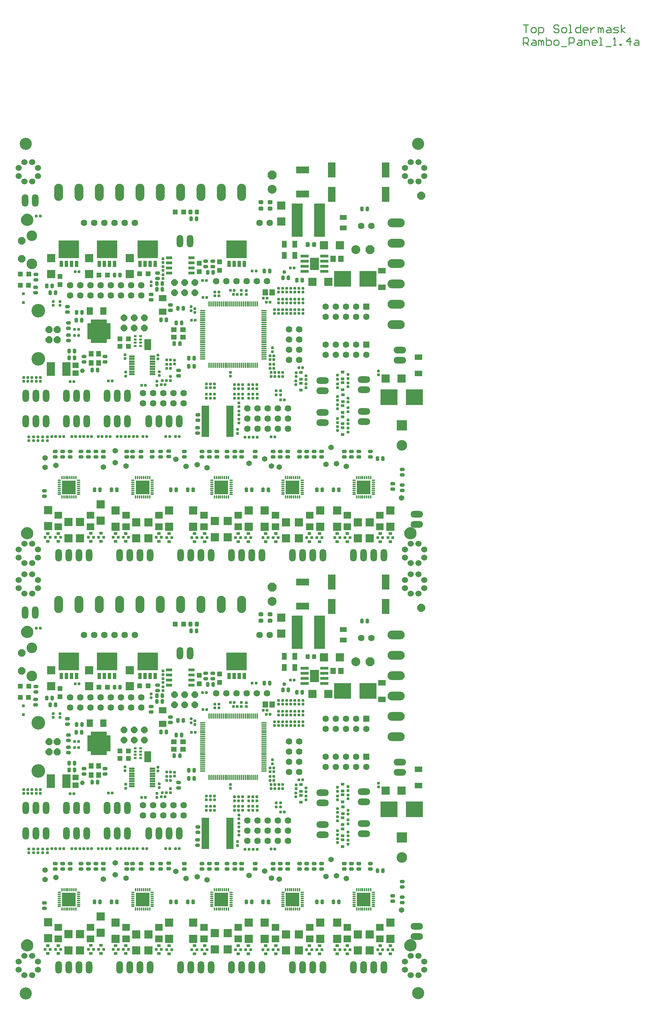
<source format=gts>
G04 Layer_Color=8388736*
%FSLAX25Y25*%
%MOIN*%
G70*
G01*
G75*
%ADD12C,0.01000*%
%ADD47C,0.06000*%
%ADD76C,0.05000*%
%ADD81C,0.01400*%
%ADD88P,0.07577X8X292.5*%
%ADD110C,0.06400*%
%ADD212R,0.07800X0.14800*%
%ADD213R,0.04600X0.01300*%
%ADD214R,0.05300X0.01700*%
%ADD215R,0.06890X0.02953*%
G04:AMPARAMS|DCode=216|XSize=118.74mil|YSize=118.74mil|CornerRadius=59.37mil|HoleSize=0mil|Usage=FLASHONLY|Rotation=90.000|XOffset=0mil|YOffset=0mil|HoleType=Round|Shape=RoundedRectangle|*
%AMROUNDEDRECTD216*
21,1,0.11874,0.00000,0,0,90.0*
21,1,0.00000,0.11874,0,0,90.0*
1,1,0.11874,0.00000,0.00000*
1,1,0.11874,0.00000,0.00000*
1,1,0.11874,0.00000,0.00000*
1,1,0.11874,0.00000,0.00000*
%
%ADD216ROUNDEDRECTD216*%
G04:AMPARAMS|DCode=217|XSize=25.65mil|YSize=27.62mil|CornerRadius=6.33mil|HoleSize=0mil|Usage=FLASHONLY|Rotation=0.000|XOffset=0mil|YOffset=0mil|HoleType=Round|Shape=RoundedRectangle|*
%AMROUNDEDRECTD217*
21,1,0.02565,0.01496,0,0,0.0*
21,1,0.01299,0.02762,0,0,0.0*
1,1,0.01266,0.00649,-0.00748*
1,1,0.01266,-0.00649,-0.00748*
1,1,0.01266,-0.00649,0.00748*
1,1,0.01266,0.00649,0.00748*
%
%ADD217ROUNDEDRECTD217*%
G04:AMPARAMS|DCode=218|XSize=33.13mil|YSize=43.37mil|CornerRadius=7.83mil|HoleSize=0mil|Usage=FLASHONLY|Rotation=90.000|XOffset=0mil|YOffset=0mil|HoleType=Round|Shape=RoundedRectangle|*
%AMROUNDEDRECTD218*
21,1,0.03313,0.02772,0,0,90.0*
21,1,0.01748,0.04337,0,0,90.0*
1,1,0.01565,0.01386,0.00874*
1,1,0.01565,0.01386,-0.00874*
1,1,0.01565,-0.01386,-0.00874*
1,1,0.01565,-0.01386,0.00874*
%
%ADD218ROUNDEDRECTD218*%
G04:AMPARAMS|DCode=219|XSize=33.13mil|YSize=43.37mil|CornerRadius=7.83mil|HoleSize=0mil|Usage=FLASHONLY|Rotation=180.000|XOffset=0mil|YOffset=0mil|HoleType=Round|Shape=RoundedRectangle|*
%AMROUNDEDRECTD219*
21,1,0.03313,0.02772,0,0,180.0*
21,1,0.01748,0.04337,0,0,180.0*
1,1,0.01565,-0.00874,0.01386*
1,1,0.01565,0.00874,0.01386*
1,1,0.01565,0.00874,-0.01386*
1,1,0.01565,-0.00874,-0.01386*
%
%ADD219ROUNDEDRECTD219*%
G04:AMPARAMS|DCode=220|XSize=25.26mil|YSize=27.62mil|CornerRadius=6.25mil|HoleSize=0mil|Usage=FLASHONLY|Rotation=90.000|XOffset=0mil|YOffset=0mil|HoleType=Round|Shape=RoundedRectangle|*
%AMROUNDEDRECTD220*
21,1,0.02526,0.01512,0,0,90.0*
21,1,0.01276,0.02762,0,0,90.0*
1,1,0.01250,0.00756,0.00638*
1,1,0.01250,0.00756,-0.00638*
1,1,0.01250,-0.00756,-0.00638*
1,1,0.01250,-0.00756,0.00638*
%
%ADD220ROUNDEDRECTD220*%
G04:AMPARAMS|DCode=221|XSize=25.26mil|YSize=27.62mil|CornerRadius=6.25mil|HoleSize=0mil|Usage=FLASHONLY|Rotation=180.000|XOffset=0mil|YOffset=0mil|HoleType=Round|Shape=RoundedRectangle|*
%AMROUNDEDRECTD221*
21,1,0.02526,0.01512,0,0,180.0*
21,1,0.01276,0.02762,0,0,180.0*
1,1,0.01250,-0.00638,0.00756*
1,1,0.01250,0.00638,0.00756*
1,1,0.01250,0.00638,-0.00756*
1,1,0.01250,-0.00638,-0.00756*
%
%ADD221ROUNDEDRECTD221*%
%ADD222R,0.06400X0.02800*%
G04:AMPARAMS|DCode=223|XSize=27.56mil|YSize=29.53mil|CornerRadius=7.87mil|HoleSize=0mil|Usage=FLASHONLY|Rotation=270.000|XOffset=0mil|YOffset=0mil|HoleType=Round|Shape=RoundedRectangle|*
%AMROUNDEDRECTD223*
21,1,0.02756,0.01378,0,0,270.0*
21,1,0.01181,0.02953,0,0,270.0*
1,1,0.01575,-0.00689,-0.00591*
1,1,0.01575,-0.00689,0.00591*
1,1,0.01575,0.00689,0.00591*
1,1,0.01575,0.00689,-0.00591*
%
%ADD223ROUNDEDRECTD223*%
G04:AMPARAMS|DCode=224|XSize=27.56mil|YSize=35.44mil|CornerRadius=7.87mil|HoleSize=0mil|Usage=FLASHONLY|Rotation=270.000|XOffset=0mil|YOffset=0mil|HoleType=Round|Shape=RoundedRectangle|*
%AMROUNDEDRECTD224*
21,1,0.02756,0.01969,0,0,270.0*
21,1,0.01181,0.03544,0,0,270.0*
1,1,0.01575,-0.00985,-0.00591*
1,1,0.01575,-0.00985,0.00591*
1,1,0.01575,0.00985,0.00591*
1,1,0.01575,0.00985,-0.00591*
%
%ADD224ROUNDEDRECTD224*%
%ADD225O,0.03743X0.01302*%
%ADD226O,0.01302X0.03743*%
%ADD227R,0.13586X0.13586*%
%ADD228R,0.10636X0.32683*%
%ADD229R,0.07093X0.04731*%
%ADD230R,0.04731X0.07093*%
G04:AMPARAMS|DCode=231|XSize=25.65mil|YSize=27.62mil|CornerRadius=6.33mil|HoleSize=0mil|Usage=FLASHONLY|Rotation=90.000|XOffset=0mil|YOffset=0mil|HoleType=Round|Shape=RoundedRectangle|*
%AMROUNDEDRECTD231*
21,1,0.02565,0.01496,0,0,90.0*
21,1,0.01299,0.02762,0,0,90.0*
1,1,0.01266,0.00748,0.00649*
1,1,0.01266,0.00748,-0.00649*
1,1,0.01266,-0.00748,-0.00649*
1,1,0.01266,-0.00748,0.00649*
%
%ADD231ROUNDEDRECTD231*%
G04:AMPARAMS|DCode=232|XSize=15.02mil|YSize=35.5mil|CornerRadius=6.41mil|HoleSize=0mil|Usage=FLASHONLY|Rotation=180.000|XOffset=0mil|YOffset=0mil|HoleType=Round|Shape=RoundedRectangle|*
%AMROUNDEDRECTD232*
21,1,0.01502,0.02268,0,0,180.0*
21,1,0.00220,0.03550,0,0,180.0*
1,1,0.01282,-0.00110,0.01134*
1,1,0.01282,0.00110,0.01134*
1,1,0.01282,0.00110,-0.01134*
1,1,0.01282,-0.00110,-0.01134*
%
%ADD232ROUNDEDRECTD232*%
G04:AMPARAMS|DCode=233|XSize=15.02mil|YSize=35.5mil|CornerRadius=6.41mil|HoleSize=0mil|Usage=FLASHONLY|Rotation=270.000|XOffset=0mil|YOffset=0mil|HoleType=Round|Shape=RoundedRectangle|*
%AMROUNDEDRECTD233*
21,1,0.01502,0.02268,0,0,270.0*
21,1,0.00220,0.03550,0,0,270.0*
1,1,0.01282,-0.01134,-0.00110*
1,1,0.01282,-0.01134,0.00110*
1,1,0.01282,0.01134,0.00110*
1,1,0.01282,0.01134,-0.00110*
%
%ADD233ROUNDEDRECTD233*%
%ADD234R,0.14042X0.14042*%
%ADD235R,0.07880X0.13786*%
%ADD236R,0.02959X0.02369*%
%ADD237R,0.07487X0.05912*%
%ADD238R,0.07498X0.06699*%
%ADD239R,0.17093X0.15400*%
%ADD240R,0.05518X0.04534*%
%ADD241R,0.12998X0.06699*%
%ADD242R,0.05124X0.05124*%
%ADD243R,0.05400X0.01900*%
%ADD244R,0.05518X0.06306*%
%ADD245R,0.08800X0.12200*%
%ADD246R,0.08200X0.02600*%
G04:AMPARAMS|DCode=247|XSize=37.46mil|YSize=47.31mil|CornerRadius=8.69mil|HoleSize=0mil|Usage=FLASHONLY|Rotation=0.000|XOffset=0mil|YOffset=0mil|HoleType=Round|Shape=RoundedRectangle|*
%AMROUNDEDRECTD247*
21,1,0.03746,0.02993,0,0,0.0*
21,1,0.02008,0.04731,0,0,0.0*
1,1,0.01738,0.01004,-0.01496*
1,1,0.01738,-0.01004,-0.01496*
1,1,0.01738,-0.01004,0.01496*
1,1,0.01738,0.01004,0.01496*
%
%ADD247ROUNDEDRECTD247*%
%ADD248R,0.02762X0.02762*%
G04:AMPARAMS|DCode=249|XSize=37.46mil|YSize=47.31mil|CornerRadius=8.69mil|HoleSize=0mil|Usage=FLASHONLY|Rotation=270.000|XOffset=0mil|YOffset=0mil|HoleType=Round|Shape=RoundedRectangle|*
%AMROUNDEDRECTD249*
21,1,0.03746,0.02993,0,0,270.0*
21,1,0.02008,0.04731,0,0,270.0*
1,1,0.01738,-0.01496,-0.01004*
1,1,0.01738,-0.01496,0.01004*
1,1,0.01738,0.01496,0.01004*
1,1,0.01738,0.01496,-0.01004*
%
%ADD249ROUNDEDRECTD249*%
%ADD250R,0.06306X0.05518*%
%ADD251R,0.05124X0.05124*%
%ADD252R,0.05912X0.07487*%
%ADD253R,0.04534X0.05518*%
G04:AMPARAMS|DCode=254|XSize=43.37mil|YSize=43.37mil|CornerRadius=21.68mil|HoleSize=0mil|Usage=FLASHONLY|Rotation=0.000|XOffset=0mil|YOffset=0mil|HoleType=Round|Shape=RoundedRectangle|*
%AMROUNDEDRECTD254*
21,1,0.04337,0.00000,0,0,0.0*
21,1,0.00000,0.04337,0,0,0.0*
1,1,0.04337,0.00000,0.00000*
1,1,0.04337,0.00000,0.00000*
1,1,0.04337,0.00000,0.00000*
1,1,0.04337,0.00000,0.00000*
%
%ADD254ROUNDEDRECTD254*%
%ADD255R,0.06837X0.02132*%
%ADD256R,0.06700X0.05000*%
%ADD257R,0.03550X0.02762*%
%ADD258O,0.01384X0.05518*%
%ADD259O,0.05518X0.01384*%
%ADD260R,0.07487X0.05833*%
%ADD261R,0.08300X0.08300*%
%ADD262R,0.08274X0.08274*%
%ADD263R,0.08300X0.08300*%
%ADD264R,0.08274X0.08274*%
%ADD265R,0.03200X0.06000*%
%ADD266R,0.20100X0.17400*%
%ADD267C,0.13391*%
%ADD268P,0.07038X8X22.5*%
%ADD269O,0.06400X0.12400*%
%ADD270C,0.10400*%
%ADD271P,0.08010X8X292.5*%
%ADD272O,0.16900X0.08650*%
%ADD273C,0.08800*%
%ADD274P,0.09525X8X112.5*%
%ADD275P,0.08659X8X22.5*%
%ADD276O,0.08650X0.16900*%
%ADD277R,0.10400X0.10400*%
%ADD278O,0.12400X0.06400*%
%ADD279P,0.09525X8X22.5*%
%ADD280C,0.05400*%
%ADD281R,0.06305X0.06305*%
%ADD282C,0.06305*%
%ADD283C,0.03800*%
%ADD284C,0.03769*%
%ADD285C,0.04556*%
G36*
X326094Y732644D02*
Y730144D01*
Y727644D01*
Y723994D01*
X317594D01*
Y727644D01*
Y730144D01*
Y732644D01*
Y735944D01*
X326094D01*
Y732644D01*
D02*
G37*
G36*
X117694Y671694D02*
X121294D01*
Y656094D01*
X117694D01*
Y652494D01*
X102094D01*
Y656094D01*
X98494D01*
Y671694D01*
X102094D01*
Y675294D01*
X117694D01*
Y671694D01*
D02*
G37*
G36*
X242195Y560138D02*
X235108D01*
Y590650D01*
X242195D01*
Y560138D01*
D02*
G37*
G36*
X218179D02*
X211092D01*
Y590650D01*
X218179D01*
Y560138D01*
D02*
G37*
G36*
X326094Y327644D02*
Y325144D01*
Y322644D01*
Y318994D01*
X317594D01*
Y322644D01*
Y325144D01*
Y327644D01*
Y330944D01*
X326094D01*
Y327644D01*
D02*
G37*
G36*
X117694Y266694D02*
X121294D01*
Y251094D01*
X117694D01*
Y247494D01*
X102094D01*
Y251094D01*
X98494D01*
Y266694D01*
X102094D01*
Y270294D01*
X117694D01*
Y266694D01*
D02*
G37*
G36*
X242195Y155138D02*
X235108D01*
Y185650D01*
X242195D01*
Y155138D01*
D02*
G37*
G36*
X218179D02*
X211092D01*
Y185650D01*
X218179D01*
Y155138D01*
D02*
G37*
%LPC*%
G36*
X324394Y734144D02*
X324101Y734115D01*
X323560Y733891D01*
X323147Y733477D01*
X322922Y732936D01*
X322894Y732644D01*
X322922Y732351D01*
X323147Y731810D01*
X323560Y731396D01*
X324101Y731173D01*
X324394Y731144D01*
X324686Y731173D01*
X325227Y731396D01*
X325641Y731810D01*
X325865Y732351D01*
X325894Y732644D01*
X325865Y732936D01*
X325641Y733477D01*
X325227Y733891D01*
X324686Y734115D01*
X324394Y734144D01*
D02*
G37*
G36*
X319394D02*
X319101Y734115D01*
X318560Y733891D01*
X318146Y733477D01*
X317922Y732936D01*
X317894Y732644D01*
X317922Y732351D01*
X318146Y731810D01*
X318560Y731396D01*
X319101Y731173D01*
X319394Y731144D01*
X319686Y731173D01*
X320227Y731396D01*
X320641Y731810D01*
X320865Y732351D01*
X320894Y732644D01*
X320865Y732936D01*
X320641Y733477D01*
X320227Y733891D01*
X319686Y734115D01*
X319394Y734144D01*
D02*
G37*
G36*
X321894Y731644D02*
X321601Y731615D01*
X321060Y731391D01*
X320647Y730977D01*
X320423Y730436D01*
X320394Y730144D01*
X320423Y729851D01*
X320647Y729310D01*
X321060Y728897D01*
X321601Y728673D01*
X321894Y728644D01*
X322186Y728673D01*
X322727Y728897D01*
X323141Y729310D01*
X323365Y729851D01*
X323394Y730144D01*
X323365Y730436D01*
X323141Y730977D01*
X322727Y731391D01*
X322186Y731615D01*
X321894Y731644D01*
D02*
G37*
G36*
X324394Y729144D02*
X324101Y729115D01*
X323560Y728891D01*
X323147Y728477D01*
X322922Y727936D01*
X322894Y727644D01*
X322922Y727351D01*
X323147Y726810D01*
X323560Y726397D01*
X324101Y726172D01*
X324394Y726144D01*
X324686Y726172D01*
X325227Y726397D01*
X325641Y726810D01*
X325865Y727351D01*
X325894Y727644D01*
X325865Y727936D01*
X325641Y728477D01*
X325227Y728891D01*
X324686Y729115D01*
X324394Y729144D01*
D02*
G37*
G36*
X319394D02*
X319101Y729115D01*
X318560Y728891D01*
X318146Y728477D01*
X317922Y727936D01*
X317894Y727644D01*
X317922Y727351D01*
X318146Y726810D01*
X318560Y726397D01*
X319101Y726172D01*
X319394Y726144D01*
X319686Y726172D01*
X320227Y726397D01*
X320641Y726810D01*
X320865Y727351D01*
X320894Y727644D01*
X320865Y727936D01*
X320641Y728477D01*
X320227Y728891D01*
X319686Y729115D01*
X319394Y729144D01*
D02*
G37*
G36*
X324394Y329144D02*
X324101Y329115D01*
X323560Y328891D01*
X323147Y328477D01*
X322922Y327936D01*
X322894Y327644D01*
X322922Y327351D01*
X323147Y326810D01*
X323560Y326396D01*
X324101Y326172D01*
X324394Y326144D01*
X324686Y326172D01*
X325227Y326396D01*
X325641Y326810D01*
X325865Y327351D01*
X325894Y327644D01*
X325865Y327936D01*
X325641Y328477D01*
X325227Y328891D01*
X324686Y329115D01*
X324394Y329144D01*
D02*
G37*
G36*
X319394D02*
X319101Y329115D01*
X318560Y328891D01*
X318146Y328477D01*
X317922Y327936D01*
X317894Y327644D01*
X317922Y327351D01*
X318146Y326810D01*
X318560Y326396D01*
X319101Y326172D01*
X319394Y326144D01*
X319686Y326172D01*
X320227Y326396D01*
X320641Y326810D01*
X320865Y327351D01*
X320894Y327644D01*
X320865Y327936D01*
X320641Y328477D01*
X320227Y328891D01*
X319686Y329115D01*
X319394Y329144D01*
D02*
G37*
G36*
X321894Y326644D02*
X321601Y326615D01*
X321060Y326391D01*
X320647Y325977D01*
X320423Y325436D01*
X320394Y325144D01*
X320423Y324851D01*
X320647Y324310D01*
X321060Y323897D01*
X321601Y323673D01*
X321894Y323644D01*
X322186Y323673D01*
X322727Y323897D01*
X323141Y324310D01*
X323365Y324851D01*
X323394Y325144D01*
X323365Y325436D01*
X323141Y325977D01*
X322727Y326391D01*
X322186Y326615D01*
X321894Y326644D01*
D02*
G37*
G36*
X324394Y324144D02*
X324101Y324115D01*
X323560Y323891D01*
X323147Y323477D01*
X322922Y322936D01*
X322894Y322644D01*
X322922Y322351D01*
X323147Y321810D01*
X323560Y321396D01*
X324101Y321172D01*
X324394Y321144D01*
X324686Y321172D01*
X325227Y321396D01*
X325641Y321810D01*
X325865Y322351D01*
X325894Y322644D01*
X325865Y322936D01*
X325641Y323477D01*
X325227Y323891D01*
X324686Y324115D01*
X324394Y324144D01*
D02*
G37*
G36*
X319394D02*
X319101Y324115D01*
X318560Y323891D01*
X318146Y323477D01*
X317922Y322936D01*
X317894Y322644D01*
X317922Y322351D01*
X318146Y321810D01*
X318560Y321396D01*
X319101Y321172D01*
X319394Y321144D01*
X319686Y321172D01*
X320227Y321396D01*
X320641Y321810D01*
X320865Y322351D01*
X320894Y322644D01*
X320865Y322936D01*
X320641Y323477D01*
X320227Y323891D01*
X319686Y324115D01*
X319394Y324144D01*
D02*
G37*
%LPD*%
G54D12*
X527369Y964837D02*
X532368D01*
X529869D01*
Y957340D01*
X536117D02*
X538616D01*
X539865Y958589D01*
Y961089D01*
X538616Y962338D01*
X536117D01*
X534867Y961089D01*
Y958589D01*
X536117Y957340D01*
X542365Y954841D02*
Y962338D01*
X546113D01*
X547363Y961089D01*
Y958589D01*
X546113Y957340D01*
X542365D01*
X562358Y963588D02*
X561108Y964837D01*
X558609D01*
X557360Y963588D01*
Y962338D01*
X558609Y961089D01*
X561108D01*
X562358Y959839D01*
Y958589D01*
X561108Y957340D01*
X558609D01*
X557360Y958589D01*
X566107Y957340D02*
X568606D01*
X569856Y958589D01*
Y961089D01*
X568606Y962338D01*
X566107D01*
X564857Y961089D01*
Y958589D01*
X566107Y957340D01*
X572355D02*
X574854D01*
X573604D01*
Y964837D01*
X572355D01*
X583601D02*
Y957340D01*
X579852D01*
X578603Y958589D01*
Y961089D01*
X579852Y962338D01*
X583601D01*
X589849Y957340D02*
X587350D01*
X586100Y958589D01*
Y961089D01*
X587350Y962338D01*
X589849D01*
X591099Y961089D01*
Y959839D01*
X586100D01*
X593598Y962338D02*
Y957340D01*
Y959839D01*
X594848Y961089D01*
X596097Y962338D01*
X597347D01*
X601096Y957340D02*
Y962338D01*
X602345D01*
X603595Y961089D01*
Y957340D01*
Y961089D01*
X604844Y962338D01*
X606094Y961089D01*
Y957340D01*
X609843Y962338D02*
X612342D01*
X613592Y961089D01*
Y957340D01*
X609843D01*
X608593Y958589D01*
X609843Y959839D01*
X613592D01*
X616091Y957340D02*
X619840D01*
X621089Y958589D01*
X619840Y959839D01*
X617340D01*
X616091Y961089D01*
X617340Y962338D01*
X621089D01*
X623588Y957340D02*
Y964837D01*
Y959839D02*
X627337Y962338D01*
X623588Y959839D02*
X627337Y957340D01*
X527369Y944840D02*
Y952337D01*
X531118D01*
X532368Y951088D01*
Y948589D01*
X531118Y947339D01*
X527369D01*
X529869D02*
X532368Y944840D01*
X536117Y949838D02*
X538616D01*
X539865Y948589D01*
Y944840D01*
X536117D01*
X534867Y946089D01*
X536117Y947339D01*
X539865D01*
X542365Y944840D02*
Y949838D01*
X543614D01*
X544864Y948589D01*
Y944840D01*
Y948589D01*
X546113Y949838D01*
X547363Y948589D01*
Y944840D01*
X549862Y952337D02*
Y944840D01*
X553611D01*
X554860Y946089D01*
Y947339D01*
Y948589D01*
X553611Y949838D01*
X549862D01*
X558609Y944840D02*
X561108D01*
X562358Y946089D01*
Y948589D01*
X561108Y949838D01*
X558609D01*
X557360Y948589D01*
Y946089D01*
X558609Y944840D01*
X564857Y943590D02*
X569856D01*
X572355Y944840D02*
Y952337D01*
X576104D01*
X577353Y951088D01*
Y948589D01*
X576104Y947339D01*
X572355D01*
X581102Y949838D02*
X583601D01*
X584851Y948589D01*
Y944840D01*
X581102D01*
X579852Y946089D01*
X581102Y947339D01*
X584851D01*
X587350Y944840D02*
Y949838D01*
X591099D01*
X592348Y948589D01*
Y944840D01*
X598596D02*
X596097D01*
X594848Y946089D01*
Y948589D01*
X596097Y949838D01*
X598596D01*
X599846Y948589D01*
Y947339D01*
X594848D01*
X602345Y944840D02*
X604844D01*
X603595D01*
Y952337D01*
X602345D01*
X608593Y943590D02*
X613592D01*
X616091Y944840D02*
X618590D01*
X617340D01*
Y952337D01*
X616091Y951088D01*
X622339Y944840D02*
Y946089D01*
X623588D01*
Y944840D01*
X622339D01*
X632336D02*
Y952337D01*
X628587Y948589D01*
X633585D01*
X637334Y949838D02*
X639833D01*
X641083Y948589D01*
Y944840D01*
X637334D01*
X636084Y946089D01*
X637334Y947339D01*
X641083D01*
G54D47*
X44331Y30945D02*
D03*
X36457D02*
D03*
X30945Y36457D02*
D03*
Y44331D02*
D03*
X36457Y49843D02*
D03*
X44331D02*
D03*
X49843Y44331D02*
D03*
Y36457D02*
D03*
X424331Y30945D02*
D03*
X416457D02*
D03*
X410945Y36457D02*
D03*
Y44331D02*
D03*
X416457Y49843D02*
D03*
X424331D02*
D03*
X429843Y44331D02*
D03*
Y36457D02*
D03*
X424331Y405945D02*
D03*
X416457D02*
D03*
X410945Y411457D02*
D03*
Y419331D02*
D03*
X416457Y424843D02*
D03*
X424331D02*
D03*
X429843Y419331D02*
D03*
Y411457D02*
D03*
X44331Y405945D02*
D03*
X36457D02*
D03*
X30945Y411457D02*
D03*
Y419331D02*
D03*
X36457Y424843D02*
D03*
X44331D02*
D03*
X49843Y419331D02*
D03*
Y411457D02*
D03*
X44331Y435945D02*
D03*
X36457D02*
D03*
X30945Y441457D02*
D03*
Y449331D02*
D03*
X36457Y454843D02*
D03*
X44331D02*
D03*
X49843Y449331D02*
D03*
Y441457D02*
D03*
X424331Y435945D02*
D03*
X416457D02*
D03*
X410945Y441457D02*
D03*
Y449331D02*
D03*
X416457Y454843D02*
D03*
X424331D02*
D03*
X429843Y449331D02*
D03*
Y441457D02*
D03*
X424331Y810945D02*
D03*
X416457D02*
D03*
X410945Y816457D02*
D03*
Y824331D02*
D03*
X416457Y829842D02*
D03*
X424331D02*
D03*
X429843Y824331D02*
D03*
Y816457D02*
D03*
X44331Y810945D02*
D03*
X36457D02*
D03*
X30945Y816457D02*
D03*
Y824331D02*
D03*
X36457Y829842D02*
D03*
X44331D02*
D03*
X49843Y824331D02*
D03*
Y816457D02*
D03*
G54D76*
X419687Y60394D02*
X419543Y61392D01*
X419124Y62309D01*
X418464Y63071D01*
X417616Y63617D01*
X416648Y63901D01*
X415639D01*
X414672Y63617D01*
X413824Y63071D01*
X413163Y62309D01*
X412744Y61392D01*
X412601Y60394D01*
X412744Y59395D01*
X413163Y58478D01*
X413824Y57716D01*
X414672Y57171D01*
X415639Y56887D01*
X416648D01*
X417616Y57171D01*
X418464Y57716D01*
X419124Y58478D01*
X419543Y59395D01*
X419687Y60394D01*
X42687Y368394D02*
X42543Y369392D01*
X42124Y370309D01*
X41464Y371071D01*
X40615Y371617D01*
X39648Y371901D01*
X38640D01*
X37672Y371617D01*
X36823Y371071D01*
X36163Y370309D01*
X35744Y369392D01*
X35601Y368394D01*
X35744Y367395D01*
X36163Y366478D01*
X36823Y365716D01*
X37672Y365171D01*
X38640Y364887D01*
X39648D01*
X40615Y365171D01*
X41464Y365716D01*
X42124Y366478D01*
X42543Y367395D01*
X42687Y368394D01*
Y60394D02*
X42543Y61392D01*
X42124Y62309D01*
X41464Y63071D01*
X40615Y63617D01*
X39648Y63901D01*
X38640D01*
X37672Y63617D01*
X36823Y63071D01*
X36163Y62309D01*
X35744Y61392D01*
X35601Y60394D01*
X35744Y59395D01*
X36163Y58478D01*
X36823Y57716D01*
X37672Y57171D01*
X38640Y56887D01*
X39648D01*
X40615Y57171D01*
X41464Y57716D01*
X42124Y58478D01*
X42543Y59395D01*
X42687Y60394D01*
X419687Y465394D02*
X419543Y466392D01*
X419124Y467309D01*
X418464Y468071D01*
X417616Y468616D01*
X416648Y468901D01*
X415639D01*
X414672Y468616D01*
X413824Y468071D01*
X413163Y467309D01*
X412744Y466392D01*
X412601Y465394D01*
X412744Y464396D01*
X413163Y463478D01*
X413824Y462716D01*
X414672Y462171D01*
X415639Y461887D01*
X416648D01*
X417616Y462171D01*
X418464Y462716D01*
X419124Y463478D01*
X419543Y464396D01*
X419687Y465394D01*
X42687Y773394D02*
X42543Y774392D01*
X42124Y775309D01*
X41464Y776071D01*
X40615Y776616D01*
X39648Y776901D01*
X38640D01*
X37672Y776616D01*
X36823Y776071D01*
X36163Y775309D01*
X35744Y774392D01*
X35601Y773394D01*
X35744Y772396D01*
X36163Y771478D01*
X36823Y770716D01*
X37672Y770171D01*
X38640Y769887D01*
X39648D01*
X40615Y770171D01*
X41464Y770716D01*
X42124Y771478D01*
X42543Y772396D01*
X42687Y773394D01*
Y465394D02*
X42543Y466392D01*
X42124Y467309D01*
X41464Y468071D01*
X40615Y468616D01*
X39648Y468901D01*
X38640D01*
X37672Y468616D01*
X36823Y468071D01*
X36163Y467309D01*
X35744Y466392D01*
X35601Y465394D01*
X35744Y464396D01*
X36163Y463478D01*
X36823Y462716D01*
X37672Y462171D01*
X38640Y461887D01*
X39648D01*
X40615Y462171D01*
X41464Y462716D01*
X42124Y463478D01*
X42543Y464396D01*
X42687Y465394D01*
G54D81*
X277844Y101644D02*
X277144Y102344D01*
X276444Y101644D01*
X277144Y100944D01*
X277844Y101644D01*
Y506644D02*
X277144Y507344D01*
X276444Y506644D01*
X277144Y505944D01*
X277844Y506644D01*
G54D88*
X61063Y250473D02*
D03*
Y260315D02*
D03*
X68937D02*
D03*
Y250473D02*
D03*
X61063Y655473D02*
D03*
Y665315D02*
D03*
X68937D02*
D03*
Y655473D02*
D03*
G54D110*
X275394Y307894D02*
D03*
X265394D02*
D03*
X255394D02*
D03*
X245394D02*
D03*
X235394D02*
D03*
X225394D02*
D03*
X193288Y197894D02*
D03*
Y187894D02*
D03*
X183288Y197894D02*
D03*
Y187894D02*
D03*
X173288Y197894D02*
D03*
Y187894D02*
D03*
X163288Y197894D02*
D03*
Y187894D02*
D03*
X153288Y197894D02*
D03*
Y187894D02*
D03*
X81644Y294144D02*
D03*
Y304144D02*
D03*
X91644Y294144D02*
D03*
Y304144D02*
D03*
X101644Y294144D02*
D03*
Y304144D02*
D03*
X111644Y294144D02*
D03*
Y304144D02*
D03*
X121644Y294144D02*
D03*
Y304144D02*
D03*
X131644Y294144D02*
D03*
Y304144D02*
D03*
X141644Y294144D02*
D03*
Y304144D02*
D03*
X151644Y294144D02*
D03*
Y304144D02*
D03*
X297094Y260594D02*
D03*
X307094D02*
D03*
X297094Y250594D02*
D03*
X307094D02*
D03*
X297094Y240594D02*
D03*
X307094D02*
D03*
X297094Y230594D02*
D03*
X307094D02*
D03*
X367894Y362394D02*
D03*
X377894D02*
D03*
X277894Y365394D02*
D03*
X267894D02*
D03*
X145394D02*
D03*
X135394D02*
D03*
X125394D02*
D03*
X115394D02*
D03*
X105394D02*
D03*
X95394D02*
D03*
X255894Y182955D02*
D03*
X265894D02*
D03*
X275894D02*
D03*
X285894D02*
D03*
X295894D02*
D03*
X255894Y172955D02*
D03*
X265894D02*
D03*
X275894D02*
D03*
X285894D02*
D03*
X295894D02*
D03*
X255894Y162955D02*
D03*
X265894D02*
D03*
X275894D02*
D03*
X285894D02*
D03*
X295894D02*
D03*
X275394Y712894D02*
D03*
X265394D02*
D03*
X255394D02*
D03*
X245394D02*
D03*
X235394D02*
D03*
X225394D02*
D03*
X193288Y602894D02*
D03*
Y592894D02*
D03*
X183288Y602894D02*
D03*
Y592894D02*
D03*
X173288Y602894D02*
D03*
Y592894D02*
D03*
X163288Y602894D02*
D03*
Y592894D02*
D03*
X153288Y602894D02*
D03*
Y592894D02*
D03*
X81644Y699144D02*
D03*
Y709144D02*
D03*
X91644Y699144D02*
D03*
Y709144D02*
D03*
X101644Y699144D02*
D03*
Y709144D02*
D03*
X111644Y699144D02*
D03*
Y709144D02*
D03*
X121644Y699144D02*
D03*
Y709144D02*
D03*
X131644Y699144D02*
D03*
Y709144D02*
D03*
X141644Y699144D02*
D03*
Y709144D02*
D03*
X151644Y699144D02*
D03*
Y709144D02*
D03*
X297094Y665594D02*
D03*
X307094D02*
D03*
X297094Y655594D02*
D03*
X307094D02*
D03*
X297094Y645594D02*
D03*
X307094D02*
D03*
X297094Y635594D02*
D03*
X307094D02*
D03*
X367894Y767394D02*
D03*
X377894D02*
D03*
X277894Y770394D02*
D03*
X267894D02*
D03*
X145394D02*
D03*
X135394D02*
D03*
X125394D02*
D03*
X115394D02*
D03*
X105394D02*
D03*
X95394D02*
D03*
X255894Y587955D02*
D03*
X265894D02*
D03*
X275894D02*
D03*
X285894D02*
D03*
X295894D02*
D03*
X255894Y577955D02*
D03*
X265894D02*
D03*
X275894D02*
D03*
X285894D02*
D03*
X295894D02*
D03*
X255894Y567955D02*
D03*
X265894D02*
D03*
X275894D02*
D03*
X285894D02*
D03*
X295894D02*
D03*
G54D212*
X338894Y417394D02*
D03*
Y393394D02*
D03*
X391894D02*
D03*
Y417394D02*
D03*
X338894Y822394D02*
D03*
Y798394D02*
D03*
X391894D02*
D03*
Y822394D02*
D03*
G54D213*
X162594Y234144D02*
D03*
Y231644D02*
D03*
Y229144D02*
D03*
Y226644D02*
D03*
Y224144D02*
D03*
Y221644D02*
D03*
Y219144D02*
D03*
Y216644D02*
D03*
X142194D02*
D03*
Y219144D02*
D03*
Y221644D02*
D03*
Y224144D02*
D03*
Y226644D02*
D03*
Y229144D02*
D03*
Y231644D02*
D03*
Y234144D02*
D03*
X162594Y639144D02*
D03*
Y636644D02*
D03*
Y634144D02*
D03*
Y631644D02*
D03*
Y629144D02*
D03*
Y626644D02*
D03*
Y624144D02*
D03*
Y621644D02*
D03*
X142194D02*
D03*
Y624144D02*
D03*
Y626644D02*
D03*
Y629144D02*
D03*
Y631644D02*
D03*
Y634144D02*
D03*
Y636644D02*
D03*
Y639144D02*
D03*
G54D214*
X162644Y234144D02*
D03*
Y231644D02*
D03*
Y229144D02*
D03*
Y226644D02*
D03*
Y224144D02*
D03*
Y221644D02*
D03*
Y219144D02*
D03*
Y216644D02*
D03*
X142144D02*
D03*
Y219144D02*
D03*
Y221644D02*
D03*
Y224144D02*
D03*
Y226644D02*
D03*
Y229144D02*
D03*
Y231644D02*
D03*
Y234144D02*
D03*
X162644Y639144D02*
D03*
Y636644D02*
D03*
Y634144D02*
D03*
Y631644D02*
D03*
Y629144D02*
D03*
Y626644D02*
D03*
Y624144D02*
D03*
Y621644D02*
D03*
X142144D02*
D03*
Y624144D02*
D03*
Y626644D02*
D03*
Y629144D02*
D03*
Y631644D02*
D03*
Y634144D02*
D03*
Y636644D02*
D03*
Y639144D02*
D03*
G54D215*
X157894Y245447D02*
D03*
Y650447D02*
D03*
G54D216*
X37894Y12894D02*
D03*
X423780Y13189D02*
D03*
Y847974D02*
D03*
X37894D02*
D03*
G54D217*
X185324Y155494D02*
D03*
X189064D02*
D03*
X175724Y155194D02*
D03*
X179464D02*
D03*
X298274Y321144D02*
D03*
X302014D02*
D03*
X271524Y291194D02*
D03*
X275264D02*
D03*
X278264Y287194D02*
D03*
X274524D02*
D03*
X245864Y295094D02*
D03*
X242124D02*
D03*
X204564Y269694D02*
D03*
X200824D02*
D03*
X48424Y371994D02*
D03*
X52164D02*
D03*
X211824Y308594D02*
D03*
X215564D02*
D03*
X176524Y226494D02*
D03*
X180264D02*
D03*
X155564Y205794D02*
D03*
X151824D02*
D03*
X180264Y222394D02*
D03*
X176524D02*
D03*
X122864Y209994D02*
D03*
X119124D02*
D03*
X85364Y209494D02*
D03*
X81624D02*
D03*
X156864Y155294D02*
D03*
X153124D02*
D03*
X147564D02*
D03*
X143824D02*
D03*
X128024D02*
D03*
X131764D02*
D03*
X113064Y155494D02*
D03*
X109324D02*
D03*
X102764D02*
D03*
X99024D02*
D03*
X83224D02*
D03*
X86964D02*
D03*
X67364D02*
D03*
X63624D02*
D03*
X265464Y154594D02*
D03*
X261724D02*
D03*
X279324Y155094D02*
D03*
X283064D02*
D03*
X288524Y191194D02*
D03*
X292264D02*
D03*
X290664Y214294D02*
D03*
X286924D02*
D03*
X279124D02*
D03*
X282864D02*
D03*
X282064Y222394D02*
D03*
X278324D02*
D03*
Y230994D02*
D03*
X282064D02*
D03*
X310264Y222994D02*
D03*
X306524D02*
D03*
X185324Y560494D02*
D03*
X189064D02*
D03*
X175724Y560194D02*
D03*
X179464D02*
D03*
X298274Y726144D02*
D03*
X302014D02*
D03*
X271524Y696194D02*
D03*
X275264D02*
D03*
X278264Y692194D02*
D03*
X274524D02*
D03*
X245864Y700094D02*
D03*
X242124D02*
D03*
X204564Y674694D02*
D03*
X200824D02*
D03*
X48424Y776994D02*
D03*
X52164D02*
D03*
X211824Y713594D02*
D03*
X215564D02*
D03*
X176524Y631494D02*
D03*
X180264D02*
D03*
X155564Y610794D02*
D03*
X151824D02*
D03*
X180264Y627394D02*
D03*
X176524D02*
D03*
X122864Y614994D02*
D03*
X119124D02*
D03*
X85364Y614494D02*
D03*
X81624D02*
D03*
X156864Y560294D02*
D03*
X153124D02*
D03*
X147564D02*
D03*
X143824D02*
D03*
X128024D02*
D03*
X131764D02*
D03*
X113064Y560494D02*
D03*
X109324D02*
D03*
X102764D02*
D03*
X99024D02*
D03*
X83224D02*
D03*
X86964D02*
D03*
X67364D02*
D03*
X63624D02*
D03*
X265464Y559594D02*
D03*
X261724D02*
D03*
X279324Y560094D02*
D03*
X283064D02*
D03*
X288524Y596194D02*
D03*
X292264D02*
D03*
X290664Y619294D02*
D03*
X286924D02*
D03*
X279124D02*
D03*
X282864D02*
D03*
X282064Y627394D02*
D03*
X278324D02*
D03*
Y635994D02*
D03*
X282064D02*
D03*
X310264Y627994D02*
D03*
X306524D02*
D03*
G54D218*
X78794Y277517D02*
D03*
Y282871D02*
D03*
X56194Y96592D02*
D03*
Y101946D02*
D03*
X188194Y214917D02*
D03*
Y220271D02*
D03*
X214894Y322217D02*
D03*
Y327571D02*
D03*
X351138Y140571D02*
D03*
Y135217D02*
D03*
X281138Y140571D02*
D03*
Y135217D02*
D03*
X211270Y140571D02*
D03*
Y135217D02*
D03*
X137107Y140571D02*
D03*
Y135217D02*
D03*
X67000Y140571D02*
D03*
Y135217D02*
D03*
X74394Y140571D02*
D03*
Y135217D02*
D03*
X143094Y140571D02*
D03*
Y135217D02*
D03*
X218644Y140571D02*
D03*
Y135217D02*
D03*
X288394Y140571D02*
D03*
Y135217D02*
D03*
X358394Y140571D02*
D03*
Y135217D02*
D03*
X408144Y102217D02*
D03*
Y107571D02*
D03*
X328880Y135217D02*
D03*
Y140571D02*
D03*
X263542Y135217D02*
D03*
Y140571D02*
D03*
X114286Y135217D02*
D03*
Y140571D02*
D03*
X194028Y135286D02*
D03*
Y140640D02*
D03*
X221894Y327571D02*
D03*
Y322217D02*
D03*
X167694Y310617D02*
D03*
Y315971D02*
D03*
X161394Y289717D02*
D03*
Y295071D02*
D03*
X47699Y302065D02*
D03*
Y296711D02*
D03*
X47894Y314821D02*
D03*
Y309467D02*
D03*
X207144Y176783D02*
D03*
Y171429D02*
D03*
X207094Y158717D02*
D03*
Y164071D02*
D03*
X365644Y135217D02*
D03*
Y140571D02*
D03*
X376894Y135217D02*
D03*
Y140571D02*
D03*
X398994Y109055D02*
D03*
Y103701D02*
D03*
X408269Y123071D02*
D03*
Y117717D02*
D03*
X295644Y135217D02*
D03*
Y140571D02*
D03*
X307107Y135217D02*
D03*
Y140571D02*
D03*
X321619D02*
D03*
Y135217D02*
D03*
X314294D02*
D03*
Y140571D02*
D03*
X226019Y135217D02*
D03*
Y140571D02*
D03*
X235894Y135217D02*
D03*
Y140571D02*
D03*
X250144D02*
D03*
Y135217D02*
D03*
X243519Y140571D02*
D03*
Y135217D02*
D03*
X151294D02*
D03*
Y140571D02*
D03*
X162394Y135217D02*
D03*
Y140571D02*
D03*
X178594Y140971D02*
D03*
Y135617D02*
D03*
X170694Y135217D02*
D03*
Y140571D02*
D03*
X81644Y135217D02*
D03*
Y140571D02*
D03*
X92394Y135217D02*
D03*
Y140571D02*
D03*
X107019D02*
D03*
Y135217D02*
D03*
X99644D02*
D03*
Y140571D02*
D03*
X115894Y228717D02*
D03*
Y234071D02*
D03*
X95394Y228717D02*
D03*
Y234071D02*
D03*
X79894Y261717D02*
D03*
Y267071D02*
D03*
Y255071D02*
D03*
Y249717D02*
D03*
X180144Y279467D02*
D03*
Y284821D02*
D03*
X78794Y682517D02*
D03*
Y687871D02*
D03*
X56194Y501592D02*
D03*
Y506946D02*
D03*
X188194Y619917D02*
D03*
Y625271D02*
D03*
X214894Y727217D02*
D03*
Y732571D02*
D03*
X351138Y545571D02*
D03*
Y540217D02*
D03*
X281138Y545571D02*
D03*
Y540217D02*
D03*
X211270Y545571D02*
D03*
Y540217D02*
D03*
X137107Y545571D02*
D03*
Y540217D02*
D03*
X67000Y545571D02*
D03*
Y540217D02*
D03*
X74394Y545571D02*
D03*
Y540217D02*
D03*
X143094Y545571D02*
D03*
Y540217D02*
D03*
X218644Y545571D02*
D03*
Y540217D02*
D03*
X288394Y545571D02*
D03*
Y540217D02*
D03*
X358394Y545571D02*
D03*
Y540217D02*
D03*
X408144Y507217D02*
D03*
Y512571D02*
D03*
X328880Y540217D02*
D03*
Y545571D02*
D03*
X263542Y540217D02*
D03*
Y545571D02*
D03*
X114286Y540217D02*
D03*
Y545571D02*
D03*
X194028Y540286D02*
D03*
Y545640D02*
D03*
X221894Y732571D02*
D03*
Y727217D02*
D03*
X167694Y715617D02*
D03*
Y720971D02*
D03*
X161394Y694717D02*
D03*
Y700071D02*
D03*
X47699Y707065D02*
D03*
Y701711D02*
D03*
X47894Y719821D02*
D03*
Y714467D02*
D03*
X207144Y581783D02*
D03*
Y576429D02*
D03*
X207094Y563717D02*
D03*
Y569071D02*
D03*
X365644Y540217D02*
D03*
Y545571D02*
D03*
X376894Y540217D02*
D03*
Y545571D02*
D03*
X398994Y514055D02*
D03*
Y508701D02*
D03*
X408269Y528071D02*
D03*
Y522717D02*
D03*
X295644Y540217D02*
D03*
Y545571D02*
D03*
X307107Y540217D02*
D03*
Y545571D02*
D03*
X321619D02*
D03*
Y540217D02*
D03*
X314294D02*
D03*
Y545571D02*
D03*
X226019Y540217D02*
D03*
Y545571D02*
D03*
X235894Y540217D02*
D03*
Y545571D02*
D03*
X250144D02*
D03*
Y540217D02*
D03*
X243519Y545571D02*
D03*
Y540217D02*
D03*
X151294D02*
D03*
Y545571D02*
D03*
X162394Y540217D02*
D03*
Y545571D02*
D03*
X178594Y545971D02*
D03*
Y540617D02*
D03*
X170694Y540217D02*
D03*
Y545571D02*
D03*
X81644Y540217D02*
D03*
Y545571D02*
D03*
X92394Y540217D02*
D03*
Y545571D02*
D03*
X107019D02*
D03*
Y540217D02*
D03*
X99644D02*
D03*
Y545571D02*
D03*
X115894Y633717D02*
D03*
Y639071D02*
D03*
X95394Y633717D02*
D03*
Y639071D02*
D03*
X79894Y666717D02*
D03*
Y672071D02*
D03*
Y660071D02*
D03*
Y654717D02*
D03*
X180144Y684467D02*
D03*
Y689821D02*
D03*
G54D219*
X166917Y305594D02*
D03*
X172271D02*
D03*
X340592Y102894D02*
D03*
X345946D02*
D03*
X368717Y378894D02*
D03*
X374071D02*
D03*
X290967Y311394D02*
D03*
X296321D02*
D03*
X310071Y308894D02*
D03*
X304717D02*
D03*
X271342Y102894D02*
D03*
X276696D02*
D03*
X197342D02*
D03*
X202696D02*
D03*
X122342D02*
D03*
X127696D02*
D03*
X278071Y317894D02*
D03*
X272717D02*
D03*
X205821Y369394D02*
D03*
X200467D02*
D03*
X222271Y316594D02*
D03*
X216917D02*
D03*
X130571Y314144D02*
D03*
X125217D02*
D03*
X87842Y277269D02*
D03*
X93196D02*
D03*
X187517Y281494D02*
D03*
X192871D02*
D03*
X203571Y224494D02*
D03*
X198217D02*
D03*
X67321Y296644D02*
D03*
X61967D02*
D03*
X172371Y300094D02*
D03*
X167017D02*
D03*
X58467Y303269D02*
D03*
X63821D02*
D03*
X185842Y266894D02*
D03*
X191196D02*
D03*
X189446Y246644D02*
D03*
X184092D02*
D03*
X383917Y133644D02*
D03*
X389271D02*
D03*
X329696Y102894D02*
D03*
X324342D02*
D03*
X260196D02*
D03*
X254842D02*
D03*
X185946D02*
D03*
X180592D02*
D03*
X110946D02*
D03*
X105592D02*
D03*
X103217Y220644D02*
D03*
X108571D02*
D03*
X87717Y269644D02*
D03*
X93071D02*
D03*
X170967Y269894D02*
D03*
X176321D02*
D03*
X80467Y232644D02*
D03*
X85821D02*
D03*
X80467Y239394D02*
D03*
X85821D02*
D03*
X203571Y232227D02*
D03*
X198217D02*
D03*
X166917Y710594D02*
D03*
X172271D02*
D03*
X340592Y507894D02*
D03*
X345946D02*
D03*
X368717Y783894D02*
D03*
X374071D02*
D03*
X290967Y716394D02*
D03*
X296321D02*
D03*
X310071Y713894D02*
D03*
X304717D02*
D03*
X271342Y507894D02*
D03*
X276696D02*
D03*
X197342D02*
D03*
X202696D02*
D03*
X122342D02*
D03*
X127696D02*
D03*
X278071Y722894D02*
D03*
X272717D02*
D03*
X205821Y774394D02*
D03*
X200467D02*
D03*
X222271Y721594D02*
D03*
X216917D02*
D03*
X130571Y719144D02*
D03*
X125217D02*
D03*
X87842Y682269D02*
D03*
X93196D02*
D03*
X187517Y686494D02*
D03*
X192871D02*
D03*
X203571Y629494D02*
D03*
X198217D02*
D03*
X67321Y701644D02*
D03*
X61967D02*
D03*
X172371Y705094D02*
D03*
X167017D02*
D03*
X58467Y708269D02*
D03*
X63821D02*
D03*
X185842Y671894D02*
D03*
X191196D02*
D03*
X189446Y651644D02*
D03*
X184092D02*
D03*
X383917Y538644D02*
D03*
X389271D02*
D03*
X329696Y507894D02*
D03*
X324342D02*
D03*
X260196D02*
D03*
X254842D02*
D03*
X185946D02*
D03*
X180592D02*
D03*
X110946D02*
D03*
X105592D02*
D03*
X103217Y625644D02*
D03*
X108571D02*
D03*
X87717Y674644D02*
D03*
X93071D02*
D03*
X170967Y674894D02*
D03*
X176321D02*
D03*
X80467Y637644D02*
D03*
X85821D02*
D03*
X80467Y644394D02*
D03*
X85821D02*
D03*
X203571Y637227D02*
D03*
X198217D02*
D03*
G54D220*
X200594Y282884D02*
D03*
Y279104D02*
D03*
X204394Y280984D02*
D03*
Y277204D02*
D03*
X172794Y310704D02*
D03*
Y314484D02*
D03*
Y326304D02*
D03*
Y330084D02*
D03*
Y318504D02*
D03*
Y322284D02*
D03*
X161394Y303504D02*
D03*
Y307284D02*
D03*
X64894Y284254D02*
D03*
Y288034D02*
D03*
X255094Y298784D02*
D03*
Y295004D02*
D03*
X249894Y298884D02*
D03*
Y295104D02*
D03*
X223794Y297384D02*
D03*
Y293604D02*
D03*
X227794Y297384D02*
D03*
Y293604D02*
D03*
X184394Y226504D02*
D03*
Y230284D02*
D03*
X48194Y209604D02*
D03*
Y213384D02*
D03*
X44094D02*
D03*
Y209604D02*
D03*
X54694Y151304D02*
D03*
Y155084D02*
D03*
X45594Y151304D02*
D03*
Y155084D02*
D03*
X219494Y203304D02*
D03*
Y207084D02*
D03*
Y193104D02*
D03*
Y196884D02*
D03*
X247294Y202404D02*
D03*
Y206184D02*
D03*
Y193104D02*
D03*
Y196884D02*
D03*
X261394Y206184D02*
D03*
Y202404D02*
D03*
Y196884D02*
D03*
Y193104D02*
D03*
X247694Y176604D02*
D03*
Y180384D02*
D03*
X284394Y196404D02*
D03*
Y200184D02*
D03*
X282694Y280084D02*
D03*
Y276304D02*
D03*
X290694Y280084D02*
D03*
Y276304D02*
D03*
X298694D02*
D03*
Y280084D02*
D03*
X306694Y276304D02*
D03*
Y280084D02*
D03*
X298594Y290384D02*
D03*
Y286604D02*
D03*
X306594Y290384D02*
D03*
Y286604D02*
D03*
X286594Y300984D02*
D03*
Y297204D02*
D03*
X302594D02*
D03*
Y300984D02*
D03*
X306594D02*
D03*
Y297204D02*
D03*
X354994Y171784D02*
D03*
Y168004D02*
D03*
Y159804D02*
D03*
Y163584D02*
D03*
X344494Y169104D02*
D03*
Y172884D02*
D03*
Y190904D02*
D03*
Y194684D02*
D03*
X355094Y192984D02*
D03*
Y189204D02*
D03*
X354994Y179804D02*
D03*
Y183584D02*
D03*
X344494Y211804D02*
D03*
Y215584D02*
D03*
X354994Y216184D02*
D03*
Y212404D02*
D03*
Y204304D02*
D03*
Y208084D02*
D03*
X303794Y217984D02*
D03*
Y214204D02*
D03*
X313594Y214984D02*
D03*
Y211204D02*
D03*
Y203304D02*
D03*
Y207084D02*
D03*
X200594Y687884D02*
D03*
Y684104D02*
D03*
X204394Y685984D02*
D03*
Y682204D02*
D03*
X172794Y715704D02*
D03*
Y719484D02*
D03*
Y731304D02*
D03*
Y735084D02*
D03*
Y723504D02*
D03*
Y727284D02*
D03*
X161394Y708504D02*
D03*
Y712284D02*
D03*
X64894Y689254D02*
D03*
Y693034D02*
D03*
X255094Y703784D02*
D03*
Y700004D02*
D03*
X249894Y703884D02*
D03*
Y700104D02*
D03*
X223794Y702384D02*
D03*
Y698604D02*
D03*
X227794Y702384D02*
D03*
Y698604D02*
D03*
X184394Y631504D02*
D03*
Y635284D02*
D03*
X48194Y614604D02*
D03*
Y618384D02*
D03*
X44094D02*
D03*
Y614604D02*
D03*
X54694Y556304D02*
D03*
Y560084D02*
D03*
X45594Y556304D02*
D03*
Y560084D02*
D03*
X219494Y608304D02*
D03*
Y612084D02*
D03*
Y598104D02*
D03*
Y601884D02*
D03*
X247294Y607404D02*
D03*
Y611184D02*
D03*
Y598104D02*
D03*
Y601884D02*
D03*
X261394Y611184D02*
D03*
Y607404D02*
D03*
Y601884D02*
D03*
Y598104D02*
D03*
X247694Y581604D02*
D03*
Y585384D02*
D03*
X284394Y601404D02*
D03*
Y605184D02*
D03*
X282694Y685084D02*
D03*
Y681304D02*
D03*
X290694Y685084D02*
D03*
Y681304D02*
D03*
X298694D02*
D03*
Y685084D02*
D03*
X306694Y681304D02*
D03*
Y685084D02*
D03*
X298594Y695384D02*
D03*
Y691604D02*
D03*
X306594Y695384D02*
D03*
Y691604D02*
D03*
X286594Y705984D02*
D03*
Y702204D02*
D03*
X302594D02*
D03*
Y705984D02*
D03*
X306594D02*
D03*
Y702204D02*
D03*
X354994Y576784D02*
D03*
Y573004D02*
D03*
Y564804D02*
D03*
Y568584D02*
D03*
X344494Y574104D02*
D03*
Y577884D02*
D03*
Y595904D02*
D03*
Y599684D02*
D03*
X355094Y597984D02*
D03*
Y594204D02*
D03*
X354994Y584804D02*
D03*
Y588584D02*
D03*
X344494Y616804D02*
D03*
Y620584D02*
D03*
X354994Y621184D02*
D03*
Y617404D02*
D03*
Y609304D02*
D03*
Y613084D02*
D03*
X303794Y622984D02*
D03*
Y619204D02*
D03*
X313594Y619984D02*
D03*
Y616204D02*
D03*
Y608304D02*
D03*
Y612084D02*
D03*
G54D221*
X264534Y317894D02*
D03*
X260754D02*
D03*
X90284Y317394D02*
D03*
X86504D02*
D03*
X89784Y260769D02*
D03*
X86004D02*
D03*
X89784Y254519D02*
D03*
X86004D02*
D03*
X242984Y299094D02*
D03*
X239204D02*
D03*
X212104Y292094D02*
D03*
X215884D02*
D03*
X180284Y230594D02*
D03*
X176504D02*
D03*
X176184Y210494D02*
D03*
X172404D02*
D03*
X171104Y206394D02*
D03*
X174884D02*
D03*
X135804Y155294D02*
D03*
X139584D02*
D03*
X117304Y155494D02*
D03*
X121084D02*
D03*
X91204D02*
D03*
X94984D02*
D03*
X71604D02*
D03*
X75384D02*
D03*
X257484Y154594D02*
D03*
X253704D02*
D03*
X290684Y218394D02*
D03*
X286904D02*
D03*
X282884D02*
D03*
X279104D02*
D03*
X282084Y226394D02*
D03*
X278304D02*
D03*
X282084Y234794D02*
D03*
X278304D02*
D03*
X264534Y722894D02*
D03*
X260754D02*
D03*
X90284Y722394D02*
D03*
X86504D02*
D03*
X89784Y665769D02*
D03*
X86004D02*
D03*
X89784Y659519D02*
D03*
X86004D02*
D03*
X242984Y704094D02*
D03*
X239204D02*
D03*
X212104Y697094D02*
D03*
X215884D02*
D03*
X180284Y635594D02*
D03*
X176504D02*
D03*
X176184Y615494D02*
D03*
X172404D02*
D03*
X171104Y611394D02*
D03*
X174884D02*
D03*
X135804Y560294D02*
D03*
X139584D02*
D03*
X117304Y560494D02*
D03*
X121084D02*
D03*
X91204D02*
D03*
X94984D02*
D03*
X71604D02*
D03*
X75384D02*
D03*
X257484Y559594D02*
D03*
X253704D02*
D03*
X290684Y623394D02*
D03*
X286904D02*
D03*
X282884D02*
D03*
X279104D02*
D03*
X282084Y631394D02*
D03*
X278304D02*
D03*
X282084Y639794D02*
D03*
X278304D02*
D03*
G54D222*
X179067Y325894D02*
D03*
X200794D02*
D03*
X179067Y330894D02*
D03*
Y320894D02*
D03*
Y315894D02*
D03*
X200794Y330894D02*
D03*
Y320894D02*
D03*
Y315894D02*
D03*
X179067Y730894D02*
D03*
X200794D02*
D03*
X179067Y735894D02*
D03*
Y725894D02*
D03*
Y720894D02*
D03*
X200794Y735894D02*
D03*
Y725894D02*
D03*
Y720894D02*
D03*
G54D223*
X114455Y56294D02*
D03*
X109533D02*
D03*
X99533D02*
D03*
X104455D02*
D03*
X72255Y56194D02*
D03*
X67333D02*
D03*
X57033D02*
D03*
X61955D02*
D03*
X181455Y56094D02*
D03*
X176533D02*
D03*
X166433Y56194D02*
D03*
X171355D02*
D03*
X138855D02*
D03*
X133933D02*
D03*
X123933D02*
D03*
X128855D02*
D03*
X259255Y56094D02*
D03*
X254333D02*
D03*
X244333D02*
D03*
X249255D02*
D03*
X216255D02*
D03*
X211333D02*
D03*
X201333D02*
D03*
X206255D02*
D03*
X329355D02*
D03*
X324433D02*
D03*
X314433Y55994D02*
D03*
X319355D02*
D03*
X286255Y56094D02*
D03*
X281333D02*
D03*
X271333D02*
D03*
X276255D02*
D03*
X399055D02*
D03*
X394133D02*
D03*
X384133D02*
D03*
X389055D02*
D03*
X356855D02*
D03*
X351933D02*
D03*
X341933D02*
D03*
X346855D02*
D03*
X114455Y461294D02*
D03*
X109533D02*
D03*
X99533D02*
D03*
X104455D02*
D03*
X72255Y461194D02*
D03*
X67333D02*
D03*
X57033D02*
D03*
X61955D02*
D03*
X181455Y461094D02*
D03*
X176533D02*
D03*
X166433Y461194D02*
D03*
X171355D02*
D03*
X138855D02*
D03*
X133933D02*
D03*
X123933D02*
D03*
X128855D02*
D03*
X259255Y461094D02*
D03*
X254333D02*
D03*
X244333D02*
D03*
X249255D02*
D03*
X216255D02*
D03*
X211333D02*
D03*
X201333D02*
D03*
X206255D02*
D03*
X329355D02*
D03*
X324433D02*
D03*
X314433Y460994D02*
D03*
X319355D02*
D03*
X286255Y461094D02*
D03*
X281333D02*
D03*
X271333D02*
D03*
X276255D02*
D03*
X399055D02*
D03*
X394133D02*
D03*
X384133D02*
D03*
X389055D02*
D03*
X356855D02*
D03*
X351933D02*
D03*
X341933D02*
D03*
X346855D02*
D03*
G54D224*
X111994Y52357D02*
D03*
Y60231D02*
D03*
X101994D02*
D03*
Y52357D02*
D03*
X69794Y52257D02*
D03*
Y60131D02*
D03*
X59494D02*
D03*
Y52257D02*
D03*
X178994Y52157D02*
D03*
Y60031D02*
D03*
X168894Y60131D02*
D03*
Y52257D02*
D03*
X136394D02*
D03*
Y60131D02*
D03*
X126394D02*
D03*
Y52257D02*
D03*
X256794Y52157D02*
D03*
Y60031D02*
D03*
X246794D02*
D03*
Y52157D02*
D03*
X213794D02*
D03*
Y60031D02*
D03*
X203794D02*
D03*
Y52157D02*
D03*
X326894D02*
D03*
Y60031D02*
D03*
X316894Y59931D02*
D03*
Y52057D02*
D03*
X283794Y52157D02*
D03*
Y60031D02*
D03*
X273794D02*
D03*
Y52157D02*
D03*
X396594D02*
D03*
Y60031D02*
D03*
X386594D02*
D03*
Y52157D02*
D03*
X354394D02*
D03*
Y60031D02*
D03*
X344394D02*
D03*
Y52157D02*
D03*
X111994Y457357D02*
D03*
Y465231D02*
D03*
X101994D02*
D03*
Y457357D02*
D03*
X69794Y457257D02*
D03*
Y465131D02*
D03*
X59494D02*
D03*
Y457257D02*
D03*
X178994Y457157D02*
D03*
Y465031D02*
D03*
X168894Y465131D02*
D03*
Y457257D02*
D03*
X136394D02*
D03*
Y465131D02*
D03*
X126394D02*
D03*
Y457257D02*
D03*
X256794Y457157D02*
D03*
Y465031D02*
D03*
X246794D02*
D03*
Y457157D02*
D03*
X213794D02*
D03*
Y465031D02*
D03*
X203794D02*
D03*
Y457157D02*
D03*
X326894D02*
D03*
Y465031D02*
D03*
X316894Y464931D02*
D03*
Y457057D02*
D03*
X283794Y457157D02*
D03*
Y465031D02*
D03*
X273794D02*
D03*
Y457157D02*
D03*
X396594D02*
D03*
Y465031D02*
D03*
X386594D02*
D03*
Y457157D02*
D03*
X354394D02*
D03*
Y465031D02*
D03*
X344394D02*
D03*
Y457157D02*
D03*
G54D225*
X89862Y98504D02*
D03*
Y100472D02*
D03*
Y102441D02*
D03*
Y104409D02*
D03*
Y106378D02*
D03*
Y108346D02*
D03*
Y110315D02*
D03*
Y112284D02*
D03*
X70925D02*
D03*
Y110315D02*
D03*
Y108346D02*
D03*
Y106378D02*
D03*
Y104409D02*
D03*
Y102441D02*
D03*
Y100472D02*
D03*
Y98504D02*
D03*
X143425D02*
D03*
Y100472D02*
D03*
Y102441D02*
D03*
Y104409D02*
D03*
Y106378D02*
D03*
Y108346D02*
D03*
Y110315D02*
D03*
Y112284D02*
D03*
X162362D02*
D03*
Y110315D02*
D03*
Y108346D02*
D03*
Y106378D02*
D03*
Y104409D02*
D03*
Y102441D02*
D03*
Y100472D02*
D03*
Y98504D02*
D03*
X239862D02*
D03*
Y100472D02*
D03*
Y102441D02*
D03*
Y104409D02*
D03*
Y106378D02*
D03*
Y108346D02*
D03*
Y110315D02*
D03*
Y112284D02*
D03*
X220925D02*
D03*
Y110315D02*
D03*
Y108346D02*
D03*
Y106378D02*
D03*
Y104409D02*
D03*
Y102441D02*
D03*
Y100472D02*
D03*
Y98504D02*
D03*
X290925D02*
D03*
Y100472D02*
D03*
Y102441D02*
D03*
Y104409D02*
D03*
Y106378D02*
D03*
Y108346D02*
D03*
Y110315D02*
D03*
Y112284D02*
D03*
X309862D02*
D03*
Y110315D02*
D03*
Y108346D02*
D03*
Y106378D02*
D03*
Y104409D02*
D03*
Y102441D02*
D03*
Y100472D02*
D03*
Y98504D02*
D03*
X379862D02*
D03*
Y100472D02*
D03*
Y102441D02*
D03*
Y104409D02*
D03*
Y106378D02*
D03*
Y108346D02*
D03*
Y110315D02*
D03*
Y112284D02*
D03*
X360925D02*
D03*
Y110315D02*
D03*
Y108346D02*
D03*
Y106378D02*
D03*
Y104409D02*
D03*
Y102441D02*
D03*
Y100472D02*
D03*
Y98504D02*
D03*
X89862Y503504D02*
D03*
Y505472D02*
D03*
Y507441D02*
D03*
Y509410D02*
D03*
Y511378D02*
D03*
Y513346D02*
D03*
Y515315D02*
D03*
Y517283D02*
D03*
X70925D02*
D03*
Y515315D02*
D03*
Y513346D02*
D03*
Y511378D02*
D03*
Y509410D02*
D03*
Y507441D02*
D03*
Y505472D02*
D03*
Y503504D02*
D03*
X143425D02*
D03*
Y505472D02*
D03*
Y507441D02*
D03*
Y509410D02*
D03*
Y511378D02*
D03*
Y513346D02*
D03*
Y515315D02*
D03*
Y517283D02*
D03*
X162362D02*
D03*
Y515315D02*
D03*
Y513346D02*
D03*
Y511378D02*
D03*
Y509410D02*
D03*
Y507441D02*
D03*
Y505472D02*
D03*
Y503504D02*
D03*
X239862D02*
D03*
Y505472D02*
D03*
Y507441D02*
D03*
Y509410D02*
D03*
Y511378D02*
D03*
Y513346D02*
D03*
Y515315D02*
D03*
Y517283D02*
D03*
X220925D02*
D03*
Y515315D02*
D03*
Y513346D02*
D03*
Y511378D02*
D03*
Y509410D02*
D03*
Y507441D02*
D03*
Y505472D02*
D03*
Y503504D02*
D03*
X290925D02*
D03*
Y505472D02*
D03*
Y507441D02*
D03*
Y509410D02*
D03*
Y511378D02*
D03*
Y513346D02*
D03*
Y515315D02*
D03*
Y517283D02*
D03*
X309862D02*
D03*
Y515315D02*
D03*
Y513346D02*
D03*
Y511378D02*
D03*
Y509410D02*
D03*
Y507441D02*
D03*
Y505472D02*
D03*
Y503504D02*
D03*
X379862D02*
D03*
Y505472D02*
D03*
Y507441D02*
D03*
Y509410D02*
D03*
Y511378D02*
D03*
Y513346D02*
D03*
Y515315D02*
D03*
Y517283D02*
D03*
X360925D02*
D03*
Y515315D02*
D03*
Y513346D02*
D03*
Y511378D02*
D03*
Y509410D02*
D03*
Y507441D02*
D03*
Y505472D02*
D03*
Y503504D02*
D03*
G54D226*
X87283Y114862D02*
D03*
X85315D02*
D03*
X83346D02*
D03*
X81378D02*
D03*
X79409D02*
D03*
X77441D02*
D03*
X75472D02*
D03*
X73504D02*
D03*
Y95925D02*
D03*
X75472D02*
D03*
X77441D02*
D03*
X79409D02*
D03*
X81378D02*
D03*
X83346D02*
D03*
X85315D02*
D03*
X87283D02*
D03*
X159783D02*
D03*
X157815D02*
D03*
X155847D02*
D03*
X153878D02*
D03*
X151909D02*
D03*
X149941D02*
D03*
X147972D02*
D03*
X146004D02*
D03*
Y114862D02*
D03*
X147972D02*
D03*
X149941D02*
D03*
X151909D02*
D03*
X153878D02*
D03*
X155847D02*
D03*
X157815D02*
D03*
X159783D02*
D03*
X237283D02*
D03*
X235315D02*
D03*
X233347D02*
D03*
X231378D02*
D03*
X229409D02*
D03*
X227441D02*
D03*
X225472D02*
D03*
X223504D02*
D03*
Y95925D02*
D03*
X225472D02*
D03*
X227441D02*
D03*
X229409D02*
D03*
X231378D02*
D03*
X233347D02*
D03*
X235315D02*
D03*
X237283D02*
D03*
X307283D02*
D03*
X305315D02*
D03*
X303346D02*
D03*
X301378D02*
D03*
X299409D02*
D03*
X297441D02*
D03*
X295472D02*
D03*
X293504D02*
D03*
Y114862D02*
D03*
X295472D02*
D03*
X297441D02*
D03*
X299409D02*
D03*
X301378D02*
D03*
X303346D02*
D03*
X305315D02*
D03*
X307283D02*
D03*
X377284D02*
D03*
X375315D02*
D03*
X373346D02*
D03*
X371378D02*
D03*
X369409D02*
D03*
X367441D02*
D03*
X365472D02*
D03*
X363504D02*
D03*
Y95925D02*
D03*
X365472D02*
D03*
X367441D02*
D03*
X369409D02*
D03*
X371378D02*
D03*
X373346D02*
D03*
X375315D02*
D03*
X377284D02*
D03*
X87283Y519862D02*
D03*
X85315D02*
D03*
X83346D02*
D03*
X81378D02*
D03*
X79409D02*
D03*
X77441D02*
D03*
X75472D02*
D03*
X73504D02*
D03*
Y500925D02*
D03*
X75472D02*
D03*
X77441D02*
D03*
X79409D02*
D03*
X81378D02*
D03*
X83346D02*
D03*
X85315D02*
D03*
X87283D02*
D03*
X159783D02*
D03*
X157815D02*
D03*
X155847D02*
D03*
X153878D02*
D03*
X151909D02*
D03*
X149941D02*
D03*
X147972D02*
D03*
X146004D02*
D03*
Y519862D02*
D03*
X147972D02*
D03*
X149941D02*
D03*
X151909D02*
D03*
X153878D02*
D03*
X155847D02*
D03*
X157815D02*
D03*
X159783D02*
D03*
X237283D02*
D03*
X235315D02*
D03*
X233347D02*
D03*
X231378D02*
D03*
X229409D02*
D03*
X227441D02*
D03*
X225472D02*
D03*
X223504D02*
D03*
Y500925D02*
D03*
X225472D02*
D03*
X227441D02*
D03*
X229409D02*
D03*
X231378D02*
D03*
X233347D02*
D03*
X235315D02*
D03*
X237283D02*
D03*
X307283D02*
D03*
X305315D02*
D03*
X303346D02*
D03*
X301378D02*
D03*
X299409D02*
D03*
X297441D02*
D03*
X295472D02*
D03*
X293504D02*
D03*
Y519862D02*
D03*
X295472D02*
D03*
X297441D02*
D03*
X299409D02*
D03*
X301378D02*
D03*
X303346D02*
D03*
X305315D02*
D03*
X307283D02*
D03*
X377284D02*
D03*
X375315D02*
D03*
X373346D02*
D03*
X371378D02*
D03*
X369409D02*
D03*
X367441D02*
D03*
X365472D02*
D03*
X363504D02*
D03*
Y500925D02*
D03*
X365472D02*
D03*
X367441D02*
D03*
X369409D02*
D03*
X371378D02*
D03*
X373346D02*
D03*
X375315D02*
D03*
X377284D02*
D03*
G54D227*
X80394Y105394D02*
D03*
X152894D02*
D03*
X230394D02*
D03*
X300394D02*
D03*
X370394D02*
D03*
X80394Y510394D02*
D03*
X152894D02*
D03*
X230394D02*
D03*
X300394D02*
D03*
X370394D02*
D03*
G54D228*
X326917Y368144D02*
D03*
X304870D02*
D03*
X326917Y773144D02*
D03*
X304870D02*
D03*
G54D229*
X350394Y370610D02*
D03*
Y360177D02*
D03*
Y775610D02*
D03*
Y765177D02*
D03*
G54D230*
X292177Y344394D02*
D03*
X302610D02*
D03*
X292177Y333394D02*
D03*
X302610D02*
D03*
X292177Y749394D02*
D03*
X302610D02*
D03*
X292177Y738394D02*
D03*
X302610D02*
D03*
G54D231*
X280694Y238824D02*
D03*
Y242564D02*
D03*
X239394Y218494D02*
D03*
Y214754D02*
D03*
X169194Y219064D02*
D03*
Y215324D02*
D03*
X167994Y231724D02*
D03*
Y235464D02*
D03*
X136394Y214824D02*
D03*
Y218564D02*
D03*
X135594Y231924D02*
D03*
Y235664D02*
D03*
X71644Y288014D02*
D03*
Y284274D02*
D03*
X180294Y210424D02*
D03*
Y214164D02*
D03*
X166894Y205824D02*
D03*
Y209564D02*
D03*
X52394Y213364D02*
D03*
Y209624D02*
D03*
X39994D02*
D03*
Y213364D02*
D03*
X35894D02*
D03*
Y209624D02*
D03*
X59194Y151324D02*
D03*
Y155064D02*
D03*
X50094D02*
D03*
Y151324D02*
D03*
X41094Y155064D02*
D03*
Y151324D02*
D03*
X215494Y196864D02*
D03*
Y193124D02*
D03*
X223494Y196864D02*
D03*
Y193124D02*
D03*
Y207064D02*
D03*
Y203324D02*
D03*
X215494Y207064D02*
D03*
Y203324D02*
D03*
X243294Y206164D02*
D03*
Y202424D02*
D03*
Y196864D02*
D03*
Y193124D02*
D03*
X251294Y206164D02*
D03*
Y202424D02*
D03*
Y196864D02*
D03*
Y193124D02*
D03*
X257394Y206164D02*
D03*
Y202424D02*
D03*
X257294Y196854D02*
D03*
Y193114D02*
D03*
X265394Y206164D02*
D03*
Y202424D02*
D03*
X265494Y196854D02*
D03*
Y193114D02*
D03*
X247694Y184624D02*
D03*
Y188364D02*
D03*
Y168724D02*
D03*
Y172464D02*
D03*
X246294Y162164D02*
D03*
Y158424D02*
D03*
X288594Y196424D02*
D03*
Y200164D02*
D03*
X286694Y280064D02*
D03*
Y276324D02*
D03*
X294694D02*
D03*
Y280064D02*
D03*
X302694D02*
D03*
Y276324D02*
D03*
X310594Y280064D02*
D03*
Y276324D02*
D03*
X286594Y290364D02*
D03*
Y286624D02*
D03*
X290594D02*
D03*
Y290364D02*
D03*
X294594D02*
D03*
Y286624D02*
D03*
X302594Y290364D02*
D03*
Y286624D02*
D03*
X310594Y290364D02*
D03*
Y286624D02*
D03*
X290594Y297224D02*
D03*
Y300964D02*
D03*
X294594Y297224D02*
D03*
Y300964D02*
D03*
X298594Y297224D02*
D03*
Y300964D02*
D03*
X310594D02*
D03*
Y297224D02*
D03*
X385094Y219664D02*
D03*
Y215924D02*
D03*
X344494Y161224D02*
D03*
Y164964D02*
D03*
Y182824D02*
D03*
Y186564D02*
D03*
Y203224D02*
D03*
Y206964D02*
D03*
X303494Y206324D02*
D03*
Y210064D02*
D03*
X280694Y643824D02*
D03*
Y647564D02*
D03*
X239394Y623494D02*
D03*
Y619754D02*
D03*
X169194Y624064D02*
D03*
Y620324D02*
D03*
X167994Y636724D02*
D03*
Y640464D02*
D03*
X136394Y619824D02*
D03*
Y623564D02*
D03*
X135594Y636924D02*
D03*
Y640664D02*
D03*
X71644Y693014D02*
D03*
Y689274D02*
D03*
X180294Y615424D02*
D03*
Y619164D02*
D03*
X166894Y610824D02*
D03*
Y614564D02*
D03*
X52394Y618364D02*
D03*
Y614624D02*
D03*
X39994D02*
D03*
Y618364D02*
D03*
X35894D02*
D03*
Y614624D02*
D03*
X59194Y556324D02*
D03*
Y560064D02*
D03*
X50094D02*
D03*
Y556324D02*
D03*
X41094Y560064D02*
D03*
Y556324D02*
D03*
X215494Y601864D02*
D03*
Y598124D02*
D03*
X223494Y601864D02*
D03*
Y598124D02*
D03*
Y612064D02*
D03*
Y608324D02*
D03*
X215494Y612064D02*
D03*
Y608324D02*
D03*
X243294Y611164D02*
D03*
Y607424D02*
D03*
Y601864D02*
D03*
Y598124D02*
D03*
X251294Y611164D02*
D03*
Y607424D02*
D03*
Y601864D02*
D03*
Y598124D02*
D03*
X257394Y611164D02*
D03*
Y607424D02*
D03*
X257294Y601854D02*
D03*
Y598114D02*
D03*
X265394Y611164D02*
D03*
Y607424D02*
D03*
X265494Y601854D02*
D03*
Y598114D02*
D03*
X247694Y589624D02*
D03*
Y593364D02*
D03*
Y573724D02*
D03*
Y577464D02*
D03*
X246294Y567164D02*
D03*
Y563424D02*
D03*
X288594Y601424D02*
D03*
Y605164D02*
D03*
X286694Y685064D02*
D03*
Y681324D02*
D03*
X294694D02*
D03*
Y685064D02*
D03*
X302694D02*
D03*
Y681324D02*
D03*
X310594Y685064D02*
D03*
Y681324D02*
D03*
X286594Y695364D02*
D03*
Y691624D02*
D03*
X290594D02*
D03*
Y695364D02*
D03*
X294594D02*
D03*
Y691624D02*
D03*
X302594Y695364D02*
D03*
Y691624D02*
D03*
X310594Y695364D02*
D03*
Y691624D02*
D03*
X290594Y702224D02*
D03*
Y705964D02*
D03*
X294594Y702224D02*
D03*
Y705964D02*
D03*
X298594Y702224D02*
D03*
Y705964D02*
D03*
X310594D02*
D03*
Y702224D02*
D03*
X385094Y624664D02*
D03*
Y620924D02*
D03*
X344494Y566224D02*
D03*
Y569964D02*
D03*
Y587824D02*
D03*
Y591564D02*
D03*
Y608224D02*
D03*
Y611964D02*
D03*
X303494Y611324D02*
D03*
Y615064D02*
D03*
G54D232*
X103004Y249445D02*
D03*
X104973D02*
D03*
X106941D02*
D03*
X108910D02*
D03*
X110878D02*
D03*
X112847D02*
D03*
X114815D02*
D03*
X116784D02*
D03*
Y268343D02*
D03*
X114815D02*
D03*
X112847D02*
D03*
X110878D02*
D03*
X108910D02*
D03*
X106941D02*
D03*
X104973D02*
D03*
X103004D02*
D03*
Y654445D02*
D03*
X104973D02*
D03*
X106941D02*
D03*
X108910D02*
D03*
X110878D02*
D03*
X112847D02*
D03*
X114815D02*
D03*
X116784D02*
D03*
Y673343D02*
D03*
X114815D02*
D03*
X112847D02*
D03*
X110878D02*
D03*
X108910D02*
D03*
X106941D02*
D03*
X104973D02*
D03*
X103004D02*
D03*
G54D233*
X119343Y252004D02*
D03*
Y253973D02*
D03*
Y255941D02*
D03*
Y257910D02*
D03*
Y259878D02*
D03*
Y261847D02*
D03*
Y263815D02*
D03*
Y265784D02*
D03*
X100445D02*
D03*
Y263815D02*
D03*
Y261847D02*
D03*
Y259878D02*
D03*
Y257910D02*
D03*
Y255941D02*
D03*
Y253973D02*
D03*
Y252004D02*
D03*
X119343Y657004D02*
D03*
Y658973D02*
D03*
Y660941D02*
D03*
Y662910D02*
D03*
Y664878D02*
D03*
Y666847D02*
D03*
Y668815D02*
D03*
Y670784D02*
D03*
X100445D02*
D03*
Y668815D02*
D03*
Y666847D02*
D03*
Y664878D02*
D03*
Y662910D02*
D03*
Y660941D02*
D03*
Y658973D02*
D03*
Y657004D02*
D03*
G54D234*
X109894Y258894D02*
D03*
Y663894D02*
D03*
G54D235*
X62611Y221519D02*
D03*
X77965D02*
D03*
X62611Y626519D02*
D03*
X77965D02*
D03*
G54D236*
X145487Y244420D02*
D03*
Y247569D02*
D03*
Y250719D02*
D03*
Y253868D02*
D03*
X150801D02*
D03*
Y250719D02*
D03*
Y247569D02*
D03*
Y244420D02*
D03*
X145487Y649420D02*
D03*
Y652569D02*
D03*
Y655719D02*
D03*
Y658868D02*
D03*
X150801D02*
D03*
Y655719D02*
D03*
Y652569D02*
D03*
Y649420D02*
D03*
G54D237*
X172644Y291337D02*
D03*
Y277951D02*
D03*
Y696337D02*
D03*
Y682951D02*
D03*
G54D238*
X354419Y77842D02*
D03*
Y66646D02*
D03*
X386369Y77842D02*
D03*
Y66646D02*
D03*
X283619Y77842D02*
D03*
Y66646D02*
D03*
X317169Y77842D02*
D03*
Y66646D02*
D03*
X213319Y77842D02*
D03*
Y66646D02*
D03*
X247019Y77842D02*
D03*
Y66646D02*
D03*
X136619Y77842D02*
D03*
Y66646D02*
D03*
X168769Y77842D02*
D03*
Y66646D02*
D03*
X69769Y77842D02*
D03*
Y66646D02*
D03*
X101469Y77842D02*
D03*
Y66646D02*
D03*
X354419Y482842D02*
D03*
Y471646D02*
D03*
X386369Y482842D02*
D03*
Y471646D02*
D03*
X283619Y482842D02*
D03*
Y471646D02*
D03*
X317169Y482842D02*
D03*
Y471646D02*
D03*
X213319Y482842D02*
D03*
Y471646D02*
D03*
X247019Y482842D02*
D03*
Y471646D02*
D03*
X136619Y482842D02*
D03*
Y471646D02*
D03*
X168769Y482842D02*
D03*
Y471646D02*
D03*
X69769Y482842D02*
D03*
Y471646D02*
D03*
X101469Y482842D02*
D03*
Y471646D02*
D03*
G54D239*
X395355Y194144D02*
D03*
X420433D02*
D03*
X349655Y310394D02*
D03*
X374733D02*
D03*
X395355Y599144D02*
D03*
X420433D02*
D03*
X349655Y715394D02*
D03*
X374733D02*
D03*
G54D240*
X183491Y260286D02*
D03*
X192547D02*
D03*
Y253002D02*
D03*
X183491D02*
D03*
Y665286D02*
D03*
X192547D02*
D03*
Y658002D02*
D03*
X183491D02*
D03*
G54D241*
X310394Y417205D02*
D03*
Y393583D02*
D03*
Y822205D02*
D03*
Y798583D02*
D03*
G54D242*
X208694Y325728D02*
D03*
Y317460D02*
D03*
X228644Y318760D02*
D03*
Y327028D02*
D03*
X71644Y304547D02*
D03*
Y312815D02*
D03*
X208694Y730728D02*
D03*
Y722460D02*
D03*
X228644Y723760D02*
D03*
Y732028D02*
D03*
X71644Y709547D02*
D03*
Y717815D02*
D03*
G54D243*
X162630Y234144D02*
D03*
Y231644D02*
D03*
X142158Y216644D02*
D03*
X162630Y219144D02*
D03*
X142158D02*
D03*
Y224144D02*
D03*
X162630Y216644D02*
D03*
X142158Y221644D02*
D03*
X162630D02*
D03*
Y224144D02*
D03*
Y229144D02*
D03*
X142158Y226644D02*
D03*
Y229144D02*
D03*
Y234144D02*
D03*
X162630Y226644D02*
D03*
X142158Y231644D02*
D03*
X162630Y639144D02*
D03*
Y636644D02*
D03*
X142158Y621644D02*
D03*
X162630Y624144D02*
D03*
X142158D02*
D03*
Y629144D02*
D03*
X162630Y621644D02*
D03*
X142158Y626644D02*
D03*
X162630D02*
D03*
Y629144D02*
D03*
Y634144D02*
D03*
X142158Y631644D02*
D03*
Y634144D02*
D03*
Y639144D02*
D03*
X162630Y631644D02*
D03*
X142158Y636644D02*
D03*
G54D244*
X273548Y296994D02*
D03*
X280240D02*
D03*
X347884Y329894D02*
D03*
X340404D02*
D03*
X273548Y701994D02*
D03*
X280240D02*
D03*
X347884Y734894D02*
D03*
X340404D02*
D03*
G54D245*
X321894Y324944D02*
D03*
Y729944D02*
D03*
G54D246*
X331594Y332644D02*
D03*
Y327644D02*
D03*
Y322644D02*
D03*
Y317644D02*
D03*
X312194D02*
D03*
Y322644D02*
D03*
Y327644D02*
D03*
Y332644D02*
D03*
X331594Y737644D02*
D03*
Y732644D02*
D03*
Y727644D02*
D03*
Y722644D02*
D03*
X312194D02*
D03*
Y727644D02*
D03*
Y732644D02*
D03*
Y737644D02*
D03*
G54D247*
X321544Y343894D02*
D03*
X315244D02*
D03*
X199994Y376144D02*
D03*
X206294D02*
D03*
X321544Y748894D02*
D03*
X315244D02*
D03*
X199994Y781144D02*
D03*
X206294D02*
D03*
G54D248*
X35494Y286963D02*
D03*
Y295625D02*
D03*
Y691963D02*
D03*
Y700625D02*
D03*
G54D249*
X278144Y379244D02*
D03*
Y385544D02*
D03*
X269144Y379244D02*
D03*
Y385544D02*
D03*
X278144Y784244D02*
D03*
Y790544D02*
D03*
X269144Y784244D02*
D03*
Y790544D02*
D03*
G54D250*
X87019Y225259D02*
D03*
Y217779D02*
D03*
Y630259D02*
D03*
Y622779D02*
D03*
G54D251*
X193278Y376144D02*
D03*
X185010D02*
D03*
X158278Y315394D02*
D03*
X150010D02*
D03*
X118278Y314144D02*
D03*
X110010D02*
D03*
X40959Y315128D02*
D03*
X32691D02*
D03*
X138778Y251394D02*
D03*
X130510D02*
D03*
X138778Y244144D02*
D03*
X130510D02*
D03*
X40709Y304144D02*
D03*
X32441D02*
D03*
X193278Y781144D02*
D03*
X185010D02*
D03*
X158278Y720394D02*
D03*
X150010D02*
D03*
X118278Y719144D02*
D03*
X110010D02*
D03*
X40959Y720128D02*
D03*
X32691D02*
D03*
X138778Y656394D02*
D03*
X130510D02*
D03*
X138778Y649144D02*
D03*
X130510D02*
D03*
X40709Y709144D02*
D03*
X32441D02*
D03*
G54D252*
X100951Y278519D02*
D03*
X114337D02*
D03*
X100951Y683519D02*
D03*
X114337D02*
D03*
G54D253*
X109536Y236672D02*
D03*
Y227616D02*
D03*
X102252D02*
D03*
Y236672D02*
D03*
X109536Y641672D02*
D03*
Y632616D02*
D03*
X102252D02*
D03*
Y641672D02*
D03*
G54D254*
X416144Y60394D02*
D03*
X39144Y368394D02*
D03*
Y60394D02*
D03*
X416144Y465394D02*
D03*
X39144Y773394D02*
D03*
Y465394D02*
D03*
G54D255*
X238652Y184469D02*
D03*
Y181910D02*
D03*
Y179351D02*
D03*
Y176792D02*
D03*
Y174233D02*
D03*
Y171674D02*
D03*
Y169114D02*
D03*
Y166555D02*
D03*
Y163996D02*
D03*
Y161437D02*
D03*
Y158878D02*
D03*
Y156319D02*
D03*
X214636Y184469D02*
D03*
Y181910D02*
D03*
Y179351D02*
D03*
Y176792D02*
D03*
Y174233D02*
D03*
Y171674D02*
D03*
Y169114D02*
D03*
Y166555D02*
D03*
Y163996D02*
D03*
Y161437D02*
D03*
Y158878D02*
D03*
Y156319D02*
D03*
X238652Y589469D02*
D03*
Y586910D02*
D03*
Y584351D02*
D03*
Y581792D02*
D03*
Y579233D02*
D03*
Y576674D02*
D03*
Y574114D02*
D03*
Y571555D02*
D03*
Y568996D02*
D03*
Y566437D02*
D03*
Y563878D02*
D03*
Y561319D02*
D03*
X214636Y589469D02*
D03*
Y586910D02*
D03*
Y584351D02*
D03*
Y581792D02*
D03*
Y579233D02*
D03*
Y576674D02*
D03*
Y574114D02*
D03*
Y571555D02*
D03*
Y568996D02*
D03*
Y566437D02*
D03*
Y563878D02*
D03*
Y561319D02*
D03*
G54D256*
X157894Y248644D02*
D03*
Y242644D02*
D03*
Y653644D02*
D03*
Y647644D02*
D03*
G54D257*
X308594Y218340D02*
D03*
Y211647D02*
D03*
Y207769D02*
D03*
Y201076D02*
D03*
X349794Y196440D02*
D03*
Y189747D02*
D03*
X349694Y185626D02*
D03*
Y178933D02*
D03*
Y218754D02*
D03*
Y212062D02*
D03*
Y208183D02*
D03*
Y201490D02*
D03*
Y174712D02*
D03*
Y168019D02*
D03*
Y164140D02*
D03*
Y157447D02*
D03*
X308594Y623340D02*
D03*
Y616647D02*
D03*
Y612769D02*
D03*
Y606076D02*
D03*
X349794Y601440D02*
D03*
Y594747D02*
D03*
X349694Y590626D02*
D03*
Y583933D02*
D03*
Y623754D02*
D03*
Y617062D02*
D03*
Y613183D02*
D03*
Y606490D02*
D03*
Y579712D02*
D03*
Y573019D02*
D03*
Y569140D02*
D03*
Y562447D02*
D03*
G54D258*
X265616Y285512D02*
D03*
X263647D02*
D03*
X261679D02*
D03*
X259710D02*
D03*
X257742D02*
D03*
X255773D02*
D03*
X253805D02*
D03*
X251836D02*
D03*
X249868D02*
D03*
X247899D02*
D03*
X245931D02*
D03*
X243962D02*
D03*
X241994D02*
D03*
X240025D02*
D03*
X238057D02*
D03*
X236088D02*
D03*
X234120D02*
D03*
X232151D02*
D03*
X230183D02*
D03*
X228214D02*
D03*
X226246D02*
D03*
X224277D02*
D03*
X222309D02*
D03*
X220340D02*
D03*
X218372D02*
D03*
Y225276D02*
D03*
X220340D02*
D03*
X222309D02*
D03*
X224277D02*
D03*
X226246D02*
D03*
X228214D02*
D03*
X230183D02*
D03*
X232151D02*
D03*
X234120D02*
D03*
X236088D02*
D03*
X238057D02*
D03*
X240025D02*
D03*
X241994D02*
D03*
X243962D02*
D03*
X245931D02*
D03*
X247899D02*
D03*
X249868D02*
D03*
X251836D02*
D03*
X253805D02*
D03*
X255773D02*
D03*
X257742D02*
D03*
X259710D02*
D03*
X261679D02*
D03*
X263647D02*
D03*
X265616D02*
D03*
Y690512D02*
D03*
X263647D02*
D03*
X261679D02*
D03*
X259710D02*
D03*
X257742D02*
D03*
X255773D02*
D03*
X253805D02*
D03*
X251836D02*
D03*
X249868D02*
D03*
X247899D02*
D03*
X245931D02*
D03*
X243962D02*
D03*
X241994D02*
D03*
X240025D02*
D03*
X238057D02*
D03*
X236088D02*
D03*
X234120D02*
D03*
X232151D02*
D03*
X230183D02*
D03*
X228214D02*
D03*
X226246D02*
D03*
X224277D02*
D03*
X222309D02*
D03*
X220340D02*
D03*
X218372D02*
D03*
Y630276D02*
D03*
X220340D02*
D03*
X222309D02*
D03*
X224277D02*
D03*
X226246D02*
D03*
X228214D02*
D03*
X230183D02*
D03*
X232151D02*
D03*
X234120D02*
D03*
X236088D02*
D03*
X238057D02*
D03*
X240025D02*
D03*
X241994D02*
D03*
X243962D02*
D03*
X245931D02*
D03*
X247899D02*
D03*
X249868D02*
D03*
X251836D02*
D03*
X253805D02*
D03*
X255773D02*
D03*
X257742D02*
D03*
X259710D02*
D03*
X261679D02*
D03*
X263647D02*
D03*
X265616D02*
D03*
G54D259*
X211876Y279016D02*
D03*
Y277047D02*
D03*
Y275079D02*
D03*
Y273110D02*
D03*
Y271142D02*
D03*
Y269173D02*
D03*
Y267205D02*
D03*
Y265236D02*
D03*
Y263268D02*
D03*
Y261299D02*
D03*
Y259331D02*
D03*
Y257362D02*
D03*
Y255394D02*
D03*
Y253425D02*
D03*
Y251457D02*
D03*
Y249488D02*
D03*
Y247520D02*
D03*
Y245551D02*
D03*
Y243583D02*
D03*
Y241614D02*
D03*
Y239646D02*
D03*
Y237677D02*
D03*
Y235709D02*
D03*
Y233740D02*
D03*
Y231772D02*
D03*
X272112D02*
D03*
Y233740D02*
D03*
Y235709D02*
D03*
Y237677D02*
D03*
Y239646D02*
D03*
Y241614D02*
D03*
Y243583D02*
D03*
Y245551D02*
D03*
Y247520D02*
D03*
Y249488D02*
D03*
Y251457D02*
D03*
Y253425D02*
D03*
Y255394D02*
D03*
Y257362D02*
D03*
Y259331D02*
D03*
Y261299D02*
D03*
Y263268D02*
D03*
Y265236D02*
D03*
Y267205D02*
D03*
Y269173D02*
D03*
Y271142D02*
D03*
Y273110D02*
D03*
Y275079D02*
D03*
Y277047D02*
D03*
Y279016D02*
D03*
X211876Y684016D02*
D03*
Y682047D02*
D03*
Y680079D02*
D03*
Y678110D02*
D03*
Y676142D02*
D03*
Y674173D02*
D03*
Y672205D02*
D03*
Y670236D02*
D03*
Y668268D02*
D03*
Y666299D02*
D03*
Y664331D02*
D03*
Y662362D02*
D03*
Y660394D02*
D03*
Y658425D02*
D03*
Y656457D02*
D03*
Y654488D02*
D03*
Y652520D02*
D03*
Y650551D02*
D03*
Y648583D02*
D03*
Y646614D02*
D03*
Y644646D02*
D03*
Y642677D02*
D03*
Y640709D02*
D03*
Y638740D02*
D03*
Y636772D02*
D03*
X272112D02*
D03*
Y638740D02*
D03*
Y640709D02*
D03*
Y642677D02*
D03*
Y644646D02*
D03*
Y646614D02*
D03*
Y648583D02*
D03*
Y650551D02*
D03*
Y652520D02*
D03*
Y654488D02*
D03*
Y656457D02*
D03*
Y658425D02*
D03*
Y660394D02*
D03*
Y662362D02*
D03*
Y664331D02*
D03*
Y666299D02*
D03*
Y668268D02*
D03*
Y670236D02*
D03*
Y672205D02*
D03*
Y674173D02*
D03*
Y676142D02*
D03*
Y678110D02*
D03*
Y680079D02*
D03*
Y682047D02*
D03*
Y684016D02*
D03*
G54D260*
X424294Y217183D02*
D03*
Y233404D02*
D03*
X388394Y302083D02*
D03*
Y318304D02*
D03*
X424294Y622184D02*
D03*
Y638404D02*
D03*
X388394Y707084D02*
D03*
Y723304D02*
D03*
G54D261*
X407594Y212494D02*
D03*
X391820D02*
D03*
X319994Y307394D02*
D03*
X335768D02*
D03*
X407594Y617494D02*
D03*
X391820D02*
D03*
X319994Y712394D02*
D03*
X335768D02*
D03*
G54D262*
X140394Y330768D02*
D03*
Y315020D02*
D03*
X100394Y330768D02*
D03*
Y315020D02*
D03*
X62894Y330768D02*
D03*
Y315020D02*
D03*
X289144Y366520D02*
D03*
Y382268D02*
D03*
X140394Y735768D02*
D03*
Y720020D02*
D03*
X100394Y735768D02*
D03*
Y720020D02*
D03*
X62894Y735768D02*
D03*
Y720020D02*
D03*
X289144Y771520D02*
D03*
Y787268D02*
D03*
G54D263*
X79794Y55394D02*
D03*
Y71168D02*
D03*
X59794Y67194D02*
D03*
Y82968D02*
D03*
X111494Y88594D02*
D03*
Y72820D02*
D03*
X91394Y55394D02*
D03*
Y71168D02*
D03*
X126394Y66794D02*
D03*
Y82568D02*
D03*
X146694Y55294D02*
D03*
Y71068D02*
D03*
X178894Y66794D02*
D03*
Y82568D02*
D03*
X158594Y55294D02*
D03*
Y71068D02*
D03*
X223994Y56394D02*
D03*
Y72168D02*
D03*
X202594Y66794D02*
D03*
Y82568D02*
D03*
X236494Y56394D02*
D03*
Y72168D02*
D03*
X257394Y66794D02*
D03*
Y82568D02*
D03*
X294094Y55294D02*
D03*
Y71068D02*
D03*
X273094Y66794D02*
D03*
Y82568D02*
D03*
X327494Y66794D02*
D03*
Y82568D02*
D03*
X306494Y55294D02*
D03*
Y71068D02*
D03*
X396594Y66794D02*
D03*
Y82568D02*
D03*
X376394Y55294D02*
D03*
Y71068D02*
D03*
X364594Y55294D02*
D03*
Y71068D02*
D03*
X344194Y66794D02*
D03*
Y82568D02*
D03*
X79794Y460394D02*
D03*
Y476168D02*
D03*
X59794Y472194D02*
D03*
Y487968D02*
D03*
X111494Y493594D02*
D03*
Y477820D02*
D03*
X91394Y460394D02*
D03*
Y476168D02*
D03*
X126394Y471794D02*
D03*
Y487568D02*
D03*
X146694Y460294D02*
D03*
Y476068D02*
D03*
X178894Y471794D02*
D03*
Y487568D02*
D03*
X158594Y460294D02*
D03*
Y476068D02*
D03*
X223994Y461394D02*
D03*
Y477168D02*
D03*
X202594Y471794D02*
D03*
Y487568D02*
D03*
X236494Y461394D02*
D03*
Y477168D02*
D03*
X257394Y471794D02*
D03*
Y487568D02*
D03*
X294094Y460294D02*
D03*
Y476068D02*
D03*
X273094Y471794D02*
D03*
Y487568D02*
D03*
X327494Y471794D02*
D03*
Y487568D02*
D03*
X306494Y460294D02*
D03*
Y476068D02*
D03*
X396594Y471794D02*
D03*
Y487568D02*
D03*
X376394Y460294D02*
D03*
Y476068D02*
D03*
X364594Y460294D02*
D03*
Y476068D02*
D03*
X344194Y471794D02*
D03*
Y487568D02*
D03*
G54D264*
X347018Y343394D02*
D03*
X331270D02*
D03*
X347018Y748394D02*
D03*
X331270D02*
D03*
G54D265*
X72894Y324960D02*
D03*
X77894D02*
D03*
X82894D02*
D03*
X87894D02*
D03*
X125394D02*
D03*
X120394D02*
D03*
X115394D02*
D03*
X110394D02*
D03*
X150394D02*
D03*
X155394D02*
D03*
X160394D02*
D03*
X165394D02*
D03*
X252894D02*
D03*
X247894D02*
D03*
X242894D02*
D03*
X237894D02*
D03*
X72894Y729960D02*
D03*
X77894D02*
D03*
X82894D02*
D03*
X87894D02*
D03*
X125394D02*
D03*
X120394D02*
D03*
X115394D02*
D03*
X110394D02*
D03*
X150394D02*
D03*
X155394D02*
D03*
X160394D02*
D03*
X165394D02*
D03*
X252894D02*
D03*
X247894D02*
D03*
X242894D02*
D03*
X237894D02*
D03*
G54D266*
X80394Y339400D02*
D03*
X117894D02*
D03*
X157894D02*
D03*
X245394D02*
D03*
X80394Y744400D02*
D03*
X117894D02*
D03*
X157894D02*
D03*
X245394D02*
D03*
G54D267*
X50394Y231772D02*
D03*
Y279016D02*
D03*
Y636772D02*
D03*
Y684016D02*
D03*
G54D268*
X154644Y272144D02*
D03*
Y262144D02*
D03*
X144644Y272144D02*
D03*
Y262144D02*
D03*
X134644Y272144D02*
D03*
Y262144D02*
D03*
X204144Y306644D02*
D03*
Y296644D02*
D03*
X194144Y306644D02*
D03*
Y296644D02*
D03*
X184144Y306644D02*
D03*
Y296644D02*
D03*
X154644Y677144D02*
D03*
Y667144D02*
D03*
X144644Y677144D02*
D03*
Y667144D02*
D03*
X134644Y677144D02*
D03*
Y667144D02*
D03*
X204144Y711644D02*
D03*
Y701644D02*
D03*
X194144Y711644D02*
D03*
Y701644D02*
D03*
X184144Y711644D02*
D03*
Y701644D02*
D03*
G54D269*
X37894Y170394D02*
D03*
X47894D02*
D03*
X57894D02*
D03*
X189065D02*
D03*
X159065D02*
D03*
X169065D02*
D03*
X179065D02*
D03*
X240128Y38694D02*
D03*
X250128D02*
D03*
X260128D02*
D03*
X270128D02*
D03*
X189644Y347394D02*
D03*
X199644D02*
D03*
X37269Y387269D02*
D03*
X47269D02*
D03*
X77894Y170394D02*
D03*
X87894D02*
D03*
X97894D02*
D03*
X117894D02*
D03*
X127894D02*
D03*
X137894D02*
D03*
X57894Y195394D02*
D03*
X47894D02*
D03*
X37894D02*
D03*
X97894D02*
D03*
X87894D02*
D03*
X77894D02*
D03*
X137894D02*
D03*
X127894D02*
D03*
X117894D02*
D03*
X360128Y38694D02*
D03*
X370128D02*
D03*
X380128D02*
D03*
X390128D02*
D03*
X300128D02*
D03*
X310128D02*
D03*
X320128D02*
D03*
X330128D02*
D03*
X190128D02*
D03*
X200128D02*
D03*
X210128D02*
D03*
X220128D02*
D03*
X130128D02*
D03*
X140128D02*
D03*
X150128D02*
D03*
X160128D02*
D03*
X70394D02*
D03*
X80394D02*
D03*
X90394D02*
D03*
X100394D02*
D03*
X37894Y575394D02*
D03*
X47894D02*
D03*
X57894D02*
D03*
X189065D02*
D03*
X159065D02*
D03*
X169065D02*
D03*
X179065D02*
D03*
X240128Y443694D02*
D03*
X250128D02*
D03*
X260128D02*
D03*
X270128D02*
D03*
X189644Y752394D02*
D03*
X199644D02*
D03*
X37269Y792269D02*
D03*
X47269D02*
D03*
X77894Y575394D02*
D03*
X87894D02*
D03*
X97894D02*
D03*
X117894D02*
D03*
X127894D02*
D03*
X137894D02*
D03*
X57894Y600394D02*
D03*
X47894D02*
D03*
X37894D02*
D03*
X97894D02*
D03*
X87894D02*
D03*
X77894D02*
D03*
X137894D02*
D03*
X127894D02*
D03*
X117894D02*
D03*
X360128Y443694D02*
D03*
X370128D02*
D03*
X380128D02*
D03*
X390128D02*
D03*
X300128D02*
D03*
X310128D02*
D03*
X320128D02*
D03*
X330128D02*
D03*
X190128D02*
D03*
X200128D02*
D03*
X210128D02*
D03*
X220128D02*
D03*
X130128D02*
D03*
X140128D02*
D03*
X150128D02*
D03*
X160128D02*
D03*
X70394D02*
D03*
X80394D02*
D03*
X90394D02*
D03*
X100394D02*
D03*
G54D270*
X43794Y325094D02*
D03*
Y352694D02*
D03*
X407894Y146801D02*
D03*
X43794Y730094D02*
D03*
Y757694D02*
D03*
X407894Y551801D02*
D03*
G54D271*
X33994Y329994D02*
D03*
Y347794D02*
D03*
Y734994D02*
D03*
Y752794D02*
D03*
G54D272*
X402394Y345394D02*
D03*
Y325394D02*
D03*
Y305394D02*
D03*
Y365394D02*
D03*
Y285394D02*
D03*
Y265394D02*
D03*
Y750394D02*
D03*
Y730394D02*
D03*
Y710394D02*
D03*
Y770394D02*
D03*
Y690394D02*
D03*
Y670394D02*
D03*
G54D273*
X280394Y398394D02*
D03*
X362644Y338894D02*
D03*
X280394Y803394D02*
D03*
X362644Y743894D02*
D03*
G54D274*
X280394Y412394D02*
D03*
Y817394D02*
D03*
G54D275*
X426929Y392008D02*
D03*
Y797008D02*
D03*
G54D276*
X250394Y395394D02*
D03*
X230394D02*
D03*
X210394D02*
D03*
X190394D02*
D03*
X170394D02*
D03*
X150394D02*
D03*
X130394D02*
D03*
X110394D02*
D03*
X90394D02*
D03*
X70394D02*
D03*
X250394Y800394D02*
D03*
X230394D02*
D03*
X210394D02*
D03*
X190394D02*
D03*
X170394D02*
D03*
X150394D02*
D03*
X130394D02*
D03*
X110394D02*
D03*
X90394D02*
D03*
X70394D02*
D03*
G54D277*
X407894Y166487D02*
D03*
Y571487D02*
D03*
G54D278*
X370494Y180094D02*
D03*
Y170094D02*
D03*
X405794Y230394D02*
D03*
Y240394D02*
D03*
X422589Y79119D02*
D03*
Y69119D02*
D03*
X370494Y211494D02*
D03*
Y201494D02*
D03*
X329794Y179094D02*
D03*
Y169094D02*
D03*
X330094Y210294D02*
D03*
Y200294D02*
D03*
X370494Y585094D02*
D03*
Y575094D02*
D03*
X405794Y635394D02*
D03*
Y645394D02*
D03*
X422589Y484119D02*
D03*
Y474119D02*
D03*
X370494Y616494D02*
D03*
Y606494D02*
D03*
X329794Y584094D02*
D03*
Y574094D02*
D03*
X330094Y615294D02*
D03*
Y605294D02*
D03*
G54D279*
X376644Y338894D02*
D03*
Y743894D02*
D03*
G54D280*
X407569Y95144D02*
D03*
X338357Y144519D02*
D03*
X343738Y128744D02*
D03*
X353131Y125969D02*
D03*
X333144Y127894D02*
D03*
X272769Y133394D02*
D03*
X287289Y125354D02*
D03*
X279700Y126437D02*
D03*
X257519Y128894D02*
D03*
X195607Y126158D02*
D03*
X206532Y127801D02*
D03*
X216144Y124769D02*
D03*
X185526Y133157D02*
D03*
X126087Y129750D02*
D03*
X126019Y141394D02*
D03*
X136732Y126269D02*
D03*
X114325Y125494D02*
D03*
X57000Y134327D02*
D03*
X67756Y126926D02*
D03*
X56894Y124894D02*
D03*
X407569Y500144D02*
D03*
X338357Y549519D02*
D03*
X343738Y533744D02*
D03*
X353131Y530969D02*
D03*
X333144Y532894D02*
D03*
X272769Y538394D02*
D03*
X287289Y530354D02*
D03*
X279700Y531437D02*
D03*
X257519Y533894D02*
D03*
X195607Y531158D02*
D03*
X206532Y532801D02*
D03*
X216144Y529769D02*
D03*
X185526Y538157D02*
D03*
X126087Y534750D02*
D03*
X126019Y546394D02*
D03*
X136732Y531269D02*
D03*
X114325Y530494D02*
D03*
X57000Y539327D02*
D03*
X67756Y531926D02*
D03*
X56894Y529894D02*
D03*
G54D281*
X372894Y282894D02*
D03*
Y245594D02*
D03*
Y687894D02*
D03*
Y650594D02*
D03*
G54D282*
Y272894D02*
D03*
X362894Y282894D02*
D03*
Y272894D02*
D03*
X352894Y282894D02*
D03*
Y272894D02*
D03*
X342894Y282894D02*
D03*
Y272894D02*
D03*
X332894Y282894D02*
D03*
Y272894D02*
D03*
X372894Y235594D02*
D03*
X362894Y245594D02*
D03*
Y235594D02*
D03*
X352894Y245594D02*
D03*
Y235594D02*
D03*
X342894Y245594D02*
D03*
Y235594D02*
D03*
X332894Y245594D02*
D03*
Y235594D02*
D03*
X372894Y677894D02*
D03*
X362894Y687894D02*
D03*
Y677894D02*
D03*
X352894Y687894D02*
D03*
Y677894D02*
D03*
X342894Y687894D02*
D03*
Y677894D02*
D03*
X332894Y687894D02*
D03*
Y677894D02*
D03*
X372894Y640594D02*
D03*
X362894Y650594D02*
D03*
Y640594D02*
D03*
X352894Y650594D02*
D03*
Y640594D02*
D03*
X342894Y650594D02*
D03*
Y640594D02*
D03*
X332894Y650594D02*
D03*
Y640594D02*
D03*
G54D283*
X84724Y101063D02*
D03*
X80394D02*
D03*
X76063D02*
D03*
X84724Y105394D02*
D03*
X80394D02*
D03*
X76063D02*
D03*
X84724Y109724D02*
D03*
X80394D02*
D03*
X76063D02*
D03*
X148563D02*
D03*
X152894D02*
D03*
X157224D02*
D03*
X148563Y105394D02*
D03*
X152894D02*
D03*
X157224D02*
D03*
X148563Y101063D02*
D03*
X152894D02*
D03*
X157224D02*
D03*
X234724D02*
D03*
X230394D02*
D03*
X226063D02*
D03*
X234724Y105394D02*
D03*
X230394D02*
D03*
X226063D02*
D03*
X234724Y109724D02*
D03*
X230394D02*
D03*
X226063D02*
D03*
X296063D02*
D03*
X300394D02*
D03*
X304724D02*
D03*
X296063Y105394D02*
D03*
X300394D02*
D03*
X304724D02*
D03*
X296063Y101063D02*
D03*
X300394D02*
D03*
X304724D02*
D03*
X374724D02*
D03*
X370394D02*
D03*
X366063D02*
D03*
X374724Y105394D02*
D03*
X370394D02*
D03*
X366063D02*
D03*
X374724Y109724D02*
D03*
X370394D02*
D03*
X366063D02*
D03*
X84724Y506063D02*
D03*
X80394D02*
D03*
X76063D02*
D03*
X84724Y510394D02*
D03*
X80394D02*
D03*
X76063D02*
D03*
X84724Y514724D02*
D03*
X80394D02*
D03*
X76063D02*
D03*
X148563D02*
D03*
X152894D02*
D03*
X157224D02*
D03*
X148563Y510394D02*
D03*
X152894D02*
D03*
X157224D02*
D03*
X148563Y506063D02*
D03*
X152894D02*
D03*
X157224D02*
D03*
X234724D02*
D03*
X230394D02*
D03*
X226063D02*
D03*
X234724Y510394D02*
D03*
X230394D02*
D03*
X226063D02*
D03*
X234724Y514724D02*
D03*
X230394D02*
D03*
X226063D02*
D03*
X296063D02*
D03*
X300394D02*
D03*
X304724D02*
D03*
X296063Y510394D02*
D03*
X300394D02*
D03*
X304724D02*
D03*
X296063Y506063D02*
D03*
X300394D02*
D03*
X304724D02*
D03*
X374724D02*
D03*
X370394D02*
D03*
X366063D02*
D03*
X374724Y510394D02*
D03*
X370394D02*
D03*
X366063D02*
D03*
X374724Y514724D02*
D03*
X370394D02*
D03*
X366063D02*
D03*
G54D284*
X292219Y316894D02*
D03*
Y721894D02*
D03*
G54D285*
X93644Y220144D02*
D03*
Y625144D02*
D03*
M02*

</source>
